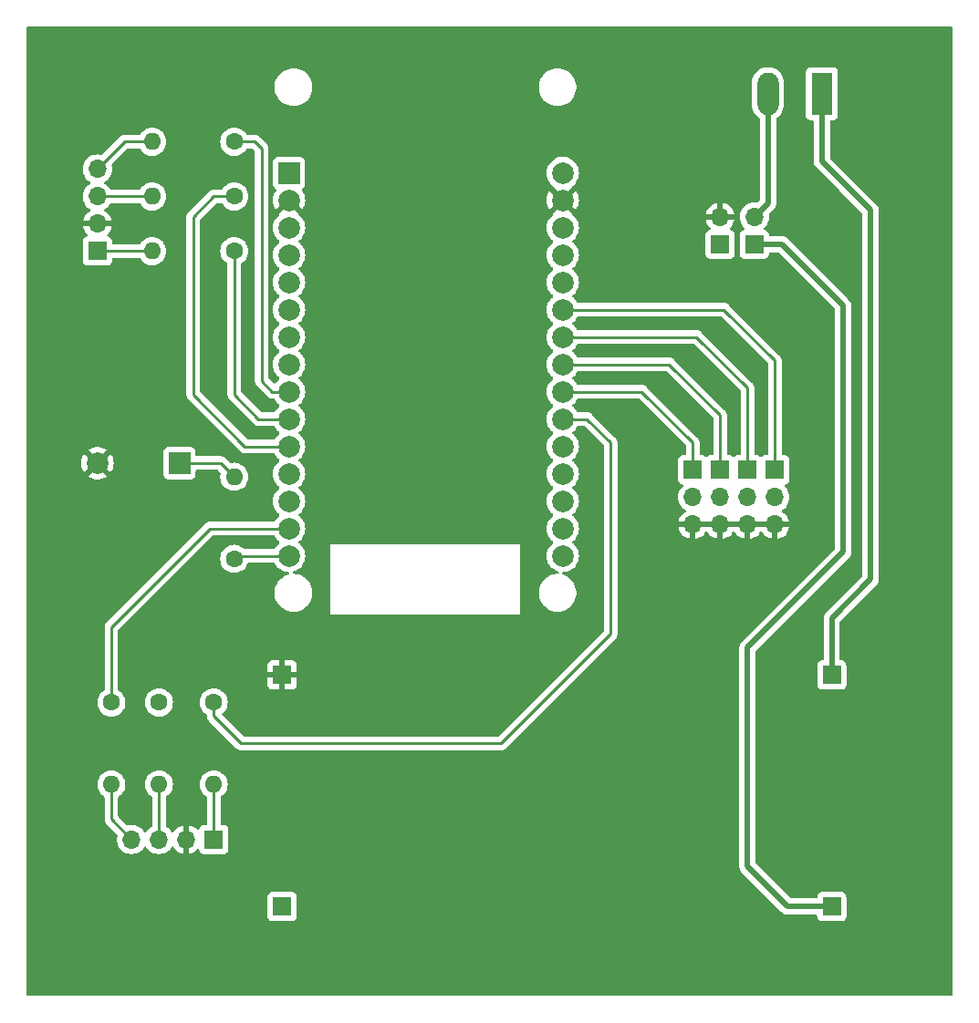
<source format=gtl>
%TF.GenerationSoftware,KiCad,Pcbnew,7.0.1*%
%TF.CreationDate,2023-12-18T22:50:53+05:30*%
%TF.ProjectId,hologlyph bot circuit,686f6c6f-676c-4797-9068-20626f742063,rev?*%
%TF.SameCoordinates,Original*%
%TF.FileFunction,Copper,L1,Top*%
%TF.FilePolarity,Positive*%
%FSLAX46Y46*%
G04 Gerber Fmt 4.6, Leading zero omitted, Abs format (unit mm)*
G04 Created by KiCad (PCBNEW 7.0.1) date 2023-12-18 22:50:53*
%MOMM*%
%LPD*%
G01*
G04 APERTURE LIST*
%TA.AperFunction,ComponentPad*%
%ADD10R,1.700000X1.700000*%
%TD*%
%TA.AperFunction,ComponentPad*%
%ADD11O,1.700000X1.700000*%
%TD*%
%TA.AperFunction,ComponentPad*%
%ADD12C,1.600000*%
%TD*%
%TA.AperFunction,ComponentPad*%
%ADD13O,1.600000X1.600000*%
%TD*%
%TA.AperFunction,ComponentPad*%
%ADD14R,2.000000X2.000000*%
%TD*%
%TA.AperFunction,ComponentPad*%
%ADD15C,2.000000*%
%TD*%
%TA.AperFunction,ComponentPad*%
%ADD16R,1.980000X3.960000*%
%TD*%
%TA.AperFunction,ComponentPad*%
%ADD17O,1.980000X3.960000*%
%TD*%
%TA.AperFunction,Conductor*%
%ADD18C,0.500000*%
%TD*%
%TA.AperFunction,Conductor*%
%ADD19C,0.250000*%
%TD*%
G04 APERTURE END LIST*
D10*
%TO.P,J5,1,Pin_1*%
%TO.N,+12V*%
X157680000Y-121830000D03*
%TD*%
%TO.P,J4,1,Pin_1*%
%TO.N,/PWM Pen*%
X144780000Y-81280000D03*
D11*
%TO.P,J4,2,Pin_2*%
%TO.N,+5V*%
X144780000Y-83820000D03*
%TO.P,J4,3,Pin_3*%
%TO.N,GND*%
X144780000Y-86360000D03*
%TD*%
D10*
%TO.P,J7,1,Pin_1*%
%TO.N,+5V*%
X106680000Y-121830000D03*
%TD*%
D12*
%TO.P,R1,1*%
%TO.N,/D1 Red*%
X102235000Y-50800000D03*
D13*
%TO.P,R1,2*%
%TO.N,Net-(D1-RK)*%
X94615000Y-50800000D03*
%TD*%
D10*
%TO.P,J2,1,Pin_1*%
%TO.N,/PWM Wheel Right*%
X149860000Y-81280000D03*
D11*
%TO.P,J2,2,Pin_2*%
%TO.N,+5V*%
X149860000Y-83820000D03*
%TO.P,J2,3,Pin_3*%
%TO.N,GND*%
X149860000Y-86360000D03*
%TD*%
D12*
%TO.P,R2,1*%
%TO.N,/D1 Green*%
X102235000Y-55880000D03*
D13*
%TO.P,R2,2*%
%TO.N,Net-(D1-GK)*%
X94615000Y-55880000D03*
%TD*%
D12*
%TO.P,R6,1*%
%TO.N,/D2 Blue*%
X100330000Y-102870000D03*
D13*
%TO.P,R6,2*%
%TO.N,Net-(D2-BK)*%
X100330000Y-110490000D03*
%TD*%
D14*
%TO.P,BZ1,1,-*%
%TO.N,Net-(BZ1--)*%
X97145000Y-80645000D03*
D15*
%TO.P,BZ1,2,+*%
%TO.N,GND*%
X89545000Y-80645000D03*
%TD*%
D14*
%TO.P,U1,1,3V3*%
%TO.N,unconnected-(U1-3V3-Pad1)*%
X107315000Y-53700000D03*
D15*
%TO.P,U1,2,GND*%
%TO.N,GND*%
X107315000Y-56240000D03*
%TO.P,U1,3,D15*%
%TO.N,unconnected-(U1-D15-Pad3)*%
X107315000Y-58780000D03*
%TO.P,U1,4,D2*%
%TO.N,unconnected-(U1-D2-Pad4)*%
X107315000Y-61320000D03*
%TO.P,U1,5,D4*%
%TO.N,/D2 Green*%
X107315000Y-63860000D03*
%TO.P,U1,6,RX2*%
%TO.N,unconnected-(U1-RX2-Pad6)*%
X107315000Y-66400000D03*
%TO.P,U1,7,TX2*%
%TO.N,unconnected-(U1-TX2-Pad7)*%
X107315000Y-68940000D03*
%TO.P,U1,8,D5*%
%TO.N,unconnected-(U1-D5-Pad8)*%
X107315000Y-71480000D03*
%TO.P,U1,9,D18*%
%TO.N,/D1 Red*%
X107315000Y-74020000D03*
%TO.P,U1,10,D19*%
%TO.N,/D1 Blue*%
X107315000Y-76560000D03*
%TO.P,U1,11,D21*%
%TO.N,/D1 Green*%
X107315000Y-79100000D03*
%TO.P,U1,12,RX0*%
%TO.N,unconnected-(U1-RX0-Pad12)*%
X107315000Y-81640000D03*
%TO.P,U1,13,TX0*%
%TO.N,unconnected-(U1-TX0-Pad13)*%
X107315000Y-84180000D03*
%TO.P,U1,14,D22*%
%TO.N,/D2 Red*%
X107315000Y-86720000D03*
%TO.P,U1,15,D23*%
%TO.N,/Buzz+*%
X107315000Y-89260000D03*
%TO.P,U1,16,EN*%
%TO.N,unconnected-(U1-EN-Pad16)*%
X132715000Y-89260000D03*
%TO.P,U1,17,VP*%
%TO.N,unconnected-(U1-VP-Pad17)*%
X132715000Y-86720000D03*
%TO.P,U1,18,VN*%
%TO.N,unconnected-(U1-VN-Pad18)*%
X132715000Y-84180000D03*
%TO.P,U1,19,D34*%
%TO.N,unconnected-(U1-D34-Pad19)*%
X132715000Y-81640000D03*
%TO.P,U1,20,D35*%
%TO.N,unconnected-(U1-D35-Pad20)*%
X132715000Y-79100000D03*
%TO.P,U1,21,D32*%
%TO.N,/D2 Blue*%
X132715000Y-76560000D03*
%TO.P,U1,22,D33*%
%TO.N,/PWM Pen*%
X132715000Y-74020000D03*
%TO.P,U1,23,D25*%
%TO.N,/PWM Wheel Left*%
X132715000Y-71480000D03*
%TO.P,U1,24,D26*%
%TO.N,/PWM Wheel Right*%
X132715000Y-68940000D03*
%TO.P,U1,25,D27*%
%TO.N,/PWM Wheel Rear*%
X132715000Y-66400000D03*
%TO.P,U1,26,D14*%
%TO.N,unconnected-(U1-D14-Pad26)*%
X132715000Y-63860000D03*
%TO.P,U1,27,D12*%
%TO.N,unconnected-(U1-D12-Pad27)*%
X132715000Y-61320000D03*
%TO.P,U1,28,D13*%
%TO.N,unconnected-(U1-D13-Pad28)*%
X132715000Y-58780000D03*
%TO.P,U1,29,GND*%
%TO.N,GND*%
X132715000Y-56240000D03*
%TO.P,U1,30,VIN*%
%TO.N,+5V*%
X132715000Y-53700000D03*
%TD*%
D16*
%TO.P,J9,1,Pin_1*%
%TO.N,GNDPWR*%
X156765000Y-46355000D03*
D17*
%TO.P,J9,2,Pin_2*%
%TO.N,Net-(J9-Pin_2)*%
X151765000Y-46355000D03*
%TD*%
D12*
%TO.P,R5,1*%
%TO.N,/D2 Green*%
X95250000Y-102870000D03*
D13*
%TO.P,R5,2*%
%TO.N,Net-(D2-GK)*%
X95250000Y-110490000D03*
%TD*%
D12*
%TO.P,R4,1*%
%TO.N,/D2 Red*%
X90830000Y-102870000D03*
D13*
%TO.P,R4,2*%
%TO.N,Net-(D2-RK)*%
X90830000Y-110490000D03*
%TD*%
D10*
%TO.P,J8,1,Pin_1*%
%TO.N,GND*%
X106680000Y-100330000D03*
%TD*%
%TO.P,J6,1,Pin_1*%
%TO.N,GNDPWR*%
X157680000Y-100330000D03*
%TD*%
%TO.P,J1,1,Pin_1*%
%TO.N,/PWM Wheel Left*%
X147320000Y-81280000D03*
D11*
%TO.P,J1,2,Pin_2*%
%TO.N,+5V*%
X147320000Y-83820000D03*
%TO.P,J1,3,Pin_3*%
%TO.N,GND*%
X147320000Y-86360000D03*
%TD*%
D10*
%TO.P,J3,1,Pin_1*%
%TO.N,/PWM Wheel Rear*%
X152400000Y-81280000D03*
D11*
%TO.P,J3,2,Pin_2*%
%TO.N,+5V*%
X152400000Y-83820000D03*
%TO.P,J3,3,Pin_3*%
%TO.N,GND*%
X152400000Y-86360000D03*
%TD*%
D12*
%TO.P,R3,1*%
%TO.N,/D1 Blue*%
X102235000Y-60960000D03*
D13*
%TO.P,R3,2*%
%TO.N,Net-(D1-BK)*%
X94615000Y-60960000D03*
%TD*%
D12*
%TO.P,R7,1*%
%TO.N,/Buzz+*%
X102235000Y-89535000D03*
D13*
%TO.P,R7,2*%
%TO.N,Net-(BZ1--)*%
X102235000Y-81915000D03*
%TD*%
D10*
%TO.P,D2,1,BK*%
%TO.N,Net-(D2-BK)*%
X100330000Y-115595000D03*
D11*
%TO.P,D2,2,A*%
%TO.N,GND*%
X97790000Y-115595000D03*
%TO.P,D2,3,GK*%
%TO.N,Net-(D2-GK)*%
X95250000Y-115595000D03*
%TO.P,D2,4,RK*%
%TO.N,Net-(D2-RK)*%
X92710000Y-115595000D03*
%TD*%
D10*
%TO.P,D1,1,BK*%
%TO.N,Net-(D1-BK)*%
X89535000Y-60960000D03*
D11*
%TO.P,D1,2,A*%
%TO.N,GND*%
X89535000Y-58420000D03*
%TO.P,D1,3,GK*%
%TO.N,Net-(D1-GK)*%
X89535000Y-55880000D03*
%TO.P,D1,4,RK*%
%TO.N,Net-(D1-RK)*%
X89535000Y-53340000D03*
%TD*%
%TO.P,J10,2,Pin_2*%
%TO.N,GND*%
X147320000Y-57785000D03*
D10*
%TO.P,J10,1,Pin_1*%
%TO.N,+5V*%
X147320000Y-60325000D03*
%TD*%
D11*
%TO.P,SW1,2,B*%
%TO.N,Net-(J9-Pin_2)*%
X150495000Y-57785000D03*
D10*
%TO.P,SW1,1,A*%
%TO.N,+12V*%
X150495000Y-60325000D03*
%TD*%
D18*
%TO.N,+12V*%
X150495000Y-60325000D02*
X153035000Y-60325000D01*
X153035000Y-60325000D02*
X158750000Y-66040000D01*
%TO.N,Net-(J9-Pin_2)*%
X151765000Y-46355000D02*
X151765000Y-56515000D01*
X151765000Y-56515000D02*
X150495000Y-57785000D01*
D19*
%TO.N,Net-(BZ1--)*%
X97145000Y-80645000D02*
X100965000Y-80645000D01*
X100965000Y-80645000D02*
X102235000Y-81915000D01*
%TO.N,Net-(D1-BK)*%
X94615000Y-60960000D02*
X89535000Y-60960000D01*
%TO.N,Net-(D1-GK)*%
X94615000Y-55880000D02*
X89535000Y-55880000D01*
%TO.N,Net-(D1-RK)*%
X92075000Y-50800000D02*
X89535000Y-53340000D01*
X94615000Y-50800000D02*
X92075000Y-50800000D01*
%TO.N,Net-(D2-BK)*%
X100330000Y-110490000D02*
X100330000Y-115595000D01*
%TO.N,Net-(D2-GK)*%
X95250000Y-110490000D02*
X95250000Y-115595000D01*
%TO.N,Net-(D2-RK)*%
X90830000Y-113715000D02*
X92710000Y-115595000D01*
X90830000Y-110490000D02*
X90830000Y-113715000D01*
%TO.N,/PWM Wheel Left*%
X147320000Y-76200000D02*
X147320000Y-81280000D01*
X132715000Y-71480000D02*
X142600000Y-71480000D01*
X142600000Y-71480000D02*
X147320000Y-76200000D01*
%TO.N,/PWM Wheel Right*%
X149860000Y-73660000D02*
X149860000Y-81280000D01*
X145140000Y-68940000D02*
X149860000Y-73660000D01*
X132715000Y-68940000D02*
X145140000Y-68940000D01*
%TO.N,/PWM Wheel Rear*%
X132715000Y-66400000D02*
X147680000Y-66400000D01*
X152400000Y-71120000D02*
X152400000Y-81280000D01*
X147680000Y-66400000D02*
X152400000Y-71120000D01*
%TO.N,/PWM Pen*%
X132715000Y-74020000D02*
X140060000Y-74020000D01*
X144780000Y-78740000D02*
X144780000Y-81280000D01*
X140060000Y-74020000D02*
X144780000Y-78740000D01*
D18*
%TO.N,+12V*%
X153580000Y-121830000D02*
X149860000Y-118110000D01*
X157680000Y-121830000D02*
X153580000Y-121830000D01*
X149860000Y-118110000D02*
X149860000Y-97790000D01*
X149860000Y-97790000D02*
X158750000Y-88900000D01*
X158750000Y-88900000D02*
X158750000Y-66040000D01*
D19*
%TO.N,/D1 Red*%
X104775000Y-53975000D02*
X104775000Y-73025000D01*
X105770000Y-74020000D02*
X107315000Y-74020000D01*
X104140000Y-50800000D02*
X102235000Y-50800000D01*
X104775000Y-53975000D02*
X104775000Y-51435000D01*
X104775000Y-51435000D02*
X104140000Y-50800000D01*
X104775000Y-73025000D02*
X105770000Y-74020000D01*
%TO.N,/D1 Green*%
X98425000Y-74295000D02*
X98425000Y-57785000D01*
X107315000Y-79100000D02*
X103230000Y-79100000D01*
X100330000Y-55880000D02*
X102235000Y-55880000D01*
X98425000Y-57785000D02*
X100330000Y-55880000D01*
X103230000Y-79100000D02*
X98425000Y-74295000D01*
%TO.N,/D1 Blue*%
X107315000Y-76560000D02*
X104500000Y-76560000D01*
X104500000Y-76560000D02*
X102235000Y-74295000D01*
X102235000Y-74295000D02*
X102235000Y-60960000D01*
%TO.N,/D2 Red*%
X99970000Y-86720000D02*
X107315000Y-86720000D01*
X90830000Y-102870000D02*
X90830000Y-95860000D01*
X90830000Y-95860000D02*
X99970000Y-86720000D01*
%TO.N,/D2 Blue*%
X100330000Y-102870000D02*
X100330000Y-104140000D01*
X100330000Y-104140000D02*
X102870000Y-106680000D01*
X132715000Y-76560000D02*
X134980000Y-76560000D01*
X137160000Y-78740000D02*
X137160000Y-96520000D01*
X129540000Y-104140000D02*
X137160000Y-96520000D01*
X134980000Y-76560000D02*
X137160000Y-78740000D01*
X127000000Y-106680000D02*
X129540000Y-104140000D01*
X102870000Y-106680000D02*
X127000000Y-106680000D01*
%TO.N,/Buzz+*%
X107315000Y-89260000D02*
X102510000Y-89260000D01*
X102510000Y-89260000D02*
X102235000Y-89535000D01*
D18*
%TO.N,GNDPWR*%
X157680000Y-95050000D02*
X161290000Y-91440000D01*
X156765000Y-46355000D02*
X156765000Y-52625000D01*
X157680000Y-100330000D02*
X157680000Y-95050000D01*
X161290000Y-57150000D02*
X161290000Y-91440000D01*
X156765000Y-52625000D02*
X161290000Y-57150000D01*
%TD*%
%TA.AperFunction,Conductor*%
%TO.N,GND*%
G36*
X147417001Y-67034939D02*
G01*
X147457229Y-67061819D01*
X151738181Y-71342772D01*
X151765061Y-71383000D01*
X151774500Y-71430453D01*
X151774500Y-79805501D01*
X151757887Y-79867501D01*
X151712500Y-79912888D01*
X151650500Y-79929501D01*
X151502128Y-79929501D01*
X151472322Y-79932705D01*
X151442515Y-79935909D01*
X151307667Y-79986204D01*
X151204310Y-80063577D01*
X151156358Y-80085476D01*
X151103642Y-80085476D01*
X151055690Y-80063577D01*
X150952333Y-79986205D01*
X150952331Y-79986204D01*
X150817483Y-79935909D01*
X150757873Y-79929500D01*
X150757869Y-79929500D01*
X150609500Y-79929500D01*
X150547500Y-79912887D01*
X150502113Y-79867500D01*
X150485500Y-79805500D01*
X150485500Y-73742744D01*
X150487764Y-73722237D01*
X150485561Y-73652127D01*
X150485500Y-73648232D01*
X150485500Y-73620653D01*
X150485180Y-73618123D01*
X150484996Y-73616665D01*
X150484080Y-73605019D01*
X150482709Y-73561373D01*
X150477120Y-73542140D01*
X150473174Y-73523082D01*
X150470664Y-73503206D01*
X150454588Y-73462604D01*
X150450804Y-73451553D01*
X150442368Y-73422519D01*
X150438618Y-73409610D01*
X150428414Y-73392355D01*
X150419861Y-73374895D01*
X150417446Y-73368796D01*
X150412486Y-73356268D01*
X150386808Y-73320925D01*
X150380401Y-73311171D01*
X150358169Y-73273579D01*
X150344006Y-73259416D01*
X150331367Y-73244617D01*
X150319595Y-73228413D01*
X150285941Y-73200573D01*
X150277299Y-73192709D01*
X145640802Y-68556211D01*
X145627906Y-68540113D01*
X145576775Y-68492098D01*
X145573978Y-68489387D01*
X145554470Y-68469879D01*
X145551290Y-68467412D01*
X145542424Y-68459839D01*
X145510582Y-68429938D01*
X145493024Y-68420285D01*
X145476764Y-68409604D01*
X145460936Y-68397327D01*
X145420851Y-68379980D01*
X145410361Y-68374841D01*
X145372091Y-68353802D01*
X145352691Y-68348821D01*
X145334284Y-68342519D01*
X145315897Y-68334562D01*
X145272758Y-68327729D01*
X145261324Y-68325361D01*
X145219019Y-68314500D01*
X145198984Y-68314500D01*
X145179586Y-68312973D01*
X145172162Y-68311797D01*
X145159805Y-68309840D01*
X145159804Y-68309840D01*
X145126751Y-68312964D01*
X145116325Y-68313950D01*
X145104656Y-68314500D01*
X134160150Y-68314500D01*
X134113488Y-68305385D01*
X134073685Y-68279381D01*
X134046594Y-68240310D01*
X134039174Y-68223395D01*
X134039173Y-68223393D01*
X133903164Y-68015215D01*
X133734744Y-67832262D01*
X133718437Y-67819570D01*
X133651992Y-67767853D01*
X133616754Y-67724460D01*
X133604154Y-67670000D01*
X133616754Y-67615540D01*
X133651992Y-67572147D01*
X133676256Y-67553260D01*
X133734744Y-67507738D01*
X133903164Y-67324785D01*
X134039173Y-67116607D01*
X134041851Y-67110500D01*
X134046594Y-67099690D01*
X134073685Y-67060619D01*
X134113488Y-67034615D01*
X134160150Y-67025500D01*
X147369548Y-67025500D01*
X147417001Y-67034939D01*
G37*
%TD.AperFunction*%
%TA.AperFunction,Conductor*%
G36*
X144877001Y-69574939D02*
G01*
X144917229Y-69601819D01*
X149198181Y-73882772D01*
X149225061Y-73923000D01*
X149234500Y-73970453D01*
X149234500Y-79805501D01*
X149217887Y-79867501D01*
X149172500Y-79912888D01*
X149110500Y-79929501D01*
X148962128Y-79929501D01*
X148932322Y-79932705D01*
X148902515Y-79935909D01*
X148767667Y-79986204D01*
X148664310Y-80063577D01*
X148616358Y-80085476D01*
X148563642Y-80085476D01*
X148515690Y-80063577D01*
X148412333Y-79986205D01*
X148412331Y-79986204D01*
X148277483Y-79935909D01*
X148217873Y-79929500D01*
X148217869Y-79929500D01*
X148069500Y-79929500D01*
X148007500Y-79912887D01*
X147962113Y-79867500D01*
X147945500Y-79805500D01*
X147945500Y-76282744D01*
X147947764Y-76262237D01*
X147945561Y-76192127D01*
X147945500Y-76188232D01*
X147945500Y-76160653D01*
X147945180Y-76158123D01*
X147944996Y-76156665D01*
X147944080Y-76145019D01*
X147942709Y-76101373D01*
X147937120Y-76082140D01*
X147933174Y-76063082D01*
X147930664Y-76043206D01*
X147914588Y-76002604D01*
X147910804Y-75991553D01*
X147902368Y-75962519D01*
X147898618Y-75949610D01*
X147888414Y-75932355D01*
X147879861Y-75914895D01*
X147872486Y-75896268D01*
X147846808Y-75860925D01*
X147840401Y-75851171D01*
X147818169Y-75813579D01*
X147804006Y-75799416D01*
X147791367Y-75784617D01*
X147779595Y-75768413D01*
X147745941Y-75740573D01*
X147737299Y-75732709D01*
X143100802Y-71096211D01*
X143087906Y-71080113D01*
X143036775Y-71032098D01*
X143033978Y-71029387D01*
X143014470Y-71009879D01*
X143011290Y-71007412D01*
X143002424Y-70999839D01*
X142970582Y-70969938D01*
X142953024Y-70960285D01*
X142936764Y-70949604D01*
X142920936Y-70937327D01*
X142880851Y-70919980D01*
X142870361Y-70914841D01*
X142832091Y-70893802D01*
X142812691Y-70888821D01*
X142794284Y-70882519D01*
X142775897Y-70874562D01*
X142732758Y-70867729D01*
X142721324Y-70865361D01*
X142679019Y-70854500D01*
X142658984Y-70854500D01*
X142639586Y-70852973D01*
X142632162Y-70851797D01*
X142619805Y-70849840D01*
X142619804Y-70849840D01*
X142593040Y-70852370D01*
X142576325Y-70853950D01*
X142564656Y-70854500D01*
X134160150Y-70854500D01*
X134113488Y-70845385D01*
X134073685Y-70819381D01*
X134046594Y-70780310D01*
X134039174Y-70763395D01*
X134019695Y-70733580D01*
X133903164Y-70555215D01*
X133734744Y-70372262D01*
X133718437Y-70359570D01*
X133651992Y-70307853D01*
X133616754Y-70264460D01*
X133604154Y-70210000D01*
X133616754Y-70155540D01*
X133651992Y-70112147D01*
X133676256Y-70093260D01*
X133734744Y-70047738D01*
X133903164Y-69864785D01*
X134039173Y-69656607D01*
X134041851Y-69650500D01*
X134046594Y-69639690D01*
X134073685Y-69600619D01*
X134113488Y-69574615D01*
X134160150Y-69565500D01*
X144829548Y-69565500D01*
X144877001Y-69574939D01*
G37*
%TD.AperFunction*%
%TA.AperFunction,Conductor*%
G36*
X142337001Y-72114939D02*
G01*
X142377229Y-72141819D01*
X146658181Y-76422772D01*
X146685061Y-76463000D01*
X146694500Y-76510453D01*
X146694500Y-79805501D01*
X146677887Y-79867501D01*
X146632500Y-79912888D01*
X146570500Y-79929501D01*
X146422128Y-79929501D01*
X146392322Y-79932705D01*
X146362515Y-79935909D01*
X146227667Y-79986204D01*
X146124310Y-80063577D01*
X146076358Y-80085476D01*
X146023642Y-80085476D01*
X145975690Y-80063577D01*
X145872333Y-79986205D01*
X145872331Y-79986204D01*
X145737483Y-79935909D01*
X145677873Y-79929500D01*
X145677869Y-79929500D01*
X145529500Y-79929500D01*
X145467500Y-79912887D01*
X145422113Y-79867500D01*
X145405500Y-79805500D01*
X145405500Y-78822744D01*
X145407764Y-78802237D01*
X145405561Y-78732127D01*
X145405500Y-78728232D01*
X145405500Y-78700653D01*
X145404997Y-78696672D01*
X145404080Y-78685019D01*
X145402709Y-78641373D01*
X145397120Y-78622140D01*
X145393174Y-78603082D01*
X145390664Y-78583206D01*
X145374588Y-78542604D01*
X145370804Y-78531553D01*
X145364881Y-78511168D01*
X145358618Y-78489610D01*
X145348414Y-78472355D01*
X145339861Y-78454895D01*
X145332486Y-78436268D01*
X145306808Y-78400925D01*
X145300401Y-78391171D01*
X145278169Y-78353579D01*
X145264006Y-78339416D01*
X145251367Y-78324617D01*
X145239595Y-78308413D01*
X145205941Y-78280573D01*
X145197299Y-78272709D01*
X140560802Y-73636211D01*
X140547906Y-73620113D01*
X140496775Y-73572098D01*
X140493978Y-73569387D01*
X140474470Y-73549879D01*
X140471290Y-73547412D01*
X140462424Y-73539839D01*
X140430582Y-73509938D01*
X140413024Y-73500285D01*
X140396764Y-73489604D01*
X140380936Y-73477327D01*
X140340851Y-73459980D01*
X140330361Y-73454841D01*
X140292091Y-73433802D01*
X140272691Y-73428821D01*
X140254284Y-73422519D01*
X140235897Y-73414562D01*
X140192758Y-73407729D01*
X140181324Y-73405361D01*
X140139019Y-73394500D01*
X140118984Y-73394500D01*
X140099586Y-73392973D01*
X140092162Y-73391797D01*
X140079805Y-73389840D01*
X140079804Y-73389840D01*
X140053040Y-73392370D01*
X140036325Y-73393950D01*
X140024656Y-73394500D01*
X134160150Y-73394500D01*
X134113488Y-73385385D01*
X134073685Y-73359381D01*
X134046594Y-73320310D01*
X134039174Y-73303395D01*
X134020878Y-73275391D01*
X133903164Y-73095215D01*
X133734744Y-72912262D01*
X133718437Y-72899570D01*
X133651992Y-72847853D01*
X133616754Y-72804460D01*
X133604154Y-72750000D01*
X133616754Y-72695540D01*
X133651992Y-72652147D01*
X133676256Y-72633260D01*
X133734744Y-72587738D01*
X133903164Y-72404785D01*
X134039173Y-72196607D01*
X134041851Y-72190500D01*
X134046594Y-72179690D01*
X134073685Y-72140619D01*
X134113488Y-72114615D01*
X134160150Y-72105500D01*
X142289548Y-72105500D01*
X142337001Y-72114939D01*
G37*
%TD.AperFunction*%
%TA.AperFunction,Conductor*%
G36*
X168847500Y-40147113D02*
G01*
X168892887Y-40192500D01*
X168909500Y-40254500D01*
X168909500Y-130005500D01*
X168892887Y-130067500D01*
X168847500Y-130112887D01*
X168785500Y-130129500D01*
X83034500Y-130129500D01*
X82972500Y-130112887D01*
X82927113Y-130067500D01*
X82910500Y-130005500D01*
X82910500Y-122727869D01*
X105329500Y-122727869D01*
X105335909Y-122787483D01*
X105386204Y-122922331D01*
X105472454Y-123037546D01*
X105587669Y-123123796D01*
X105722517Y-123174091D01*
X105782127Y-123180500D01*
X107577872Y-123180499D01*
X107637483Y-123174091D01*
X107772331Y-123123796D01*
X107887546Y-123037546D01*
X107973796Y-122922331D01*
X108024091Y-122787483D01*
X108030500Y-122727873D01*
X108030499Y-120932128D01*
X108024091Y-120872517D01*
X107973796Y-120737669D01*
X107887546Y-120622454D01*
X107772331Y-120536204D01*
X107637483Y-120485909D01*
X107577873Y-120479500D01*
X107577869Y-120479500D01*
X105782130Y-120479500D01*
X105722515Y-120485909D01*
X105587669Y-120536204D01*
X105472454Y-120622454D01*
X105386204Y-120737668D01*
X105335909Y-120872516D01*
X105329500Y-120932130D01*
X105329500Y-122727869D01*
X82910500Y-122727869D01*
X82910500Y-118088023D01*
X149104711Y-118088023D01*
X149109028Y-118137369D01*
X149109500Y-118148176D01*
X149109500Y-118153708D01*
X149113098Y-118184496D01*
X149113464Y-118188081D01*
X149120110Y-118264041D01*
X149124329Y-118283071D01*
X149124758Y-118284251D01*
X149124759Y-118284255D01*
X149150413Y-118354742D01*
X149151582Y-118358107D01*
X149175580Y-118430524D01*
X149184075Y-118448072D01*
X149225979Y-118511784D01*
X149227889Y-118514782D01*
X149267288Y-118578656D01*
X149267952Y-118579732D01*
X149280253Y-118594830D01*
X149281168Y-118595693D01*
X149281170Y-118595696D01*
X149335709Y-118647151D01*
X149338296Y-118649664D01*
X153004267Y-122315634D01*
X153016048Y-122329266D01*
X153030390Y-122348530D01*
X153068355Y-122380386D01*
X153076317Y-122387684D01*
X153080224Y-122391591D01*
X153104537Y-122410815D01*
X153107337Y-122413096D01*
X153165754Y-122462115D01*
X153182165Y-122472569D01*
X153183319Y-122473107D01*
X153183323Y-122473110D01*
X153251328Y-122504821D01*
X153254451Y-122506333D01*
X153321567Y-122540040D01*
X153322704Y-122540611D01*
X153341084Y-122546998D01*
X153342321Y-122547253D01*
X153342327Y-122547256D01*
X153415862Y-122562439D01*
X153419209Y-122563181D01*
X153492279Y-122580500D01*
X153492281Y-122580500D01*
X153493505Y-122580790D01*
X153512876Y-122582769D01*
X153514140Y-122582732D01*
X153514144Y-122582733D01*
X153589110Y-122580552D01*
X153592716Y-122580500D01*
X156205501Y-122580500D01*
X156267501Y-122597113D01*
X156312888Y-122642500D01*
X156329501Y-122704500D01*
X156329501Y-122727872D01*
X156335909Y-122787483D01*
X156386204Y-122922331D01*
X156472454Y-123037546D01*
X156587669Y-123123796D01*
X156722517Y-123174091D01*
X156782127Y-123180500D01*
X158577872Y-123180499D01*
X158637483Y-123174091D01*
X158772331Y-123123796D01*
X158887546Y-123037546D01*
X158973796Y-122922331D01*
X159024091Y-122787483D01*
X159030500Y-122727873D01*
X159030499Y-120932128D01*
X159024091Y-120872517D01*
X158973796Y-120737669D01*
X158887546Y-120622454D01*
X158772331Y-120536204D01*
X158637483Y-120485909D01*
X158577873Y-120479500D01*
X158577869Y-120479500D01*
X156782130Y-120479500D01*
X156722515Y-120485909D01*
X156587669Y-120536204D01*
X156472454Y-120622454D01*
X156386204Y-120737668D01*
X156335909Y-120872516D01*
X156329500Y-120932131D01*
X156329500Y-120955500D01*
X156312887Y-121017500D01*
X156267500Y-121062887D01*
X156205500Y-121079500D01*
X153942229Y-121079500D01*
X153894776Y-121070061D01*
X153854548Y-121043181D01*
X150646819Y-117835451D01*
X150619939Y-117795223D01*
X150610500Y-117747770D01*
X150610500Y-98152230D01*
X150619939Y-98104777D01*
X150646819Y-98064549D01*
X152070041Y-96641327D01*
X159235638Y-89475727D01*
X159249256Y-89463957D01*
X159268530Y-89449610D01*
X159300384Y-89411647D01*
X159307671Y-89403694D01*
X159311591Y-89399776D01*
X159330820Y-89375454D01*
X159333077Y-89372685D01*
X159381302Y-89315214D01*
X159381303Y-89315211D01*
X159382115Y-89314244D01*
X159392573Y-89297828D01*
X159393107Y-89296680D01*
X159393111Y-89296677D01*
X159424845Y-89228621D01*
X159426371Y-89225470D01*
X159460040Y-89158433D01*
X159460040Y-89158431D01*
X159460609Y-89157299D01*
X159467002Y-89138906D01*
X159482431Y-89064184D01*
X159483212Y-89060660D01*
X159500791Y-88986493D01*
X159502770Y-88967120D01*
X159502733Y-88965858D01*
X159502734Y-88965855D01*
X159500552Y-88890868D01*
X159500500Y-88887262D01*
X159500500Y-66103707D01*
X159501809Y-66085738D01*
X159502582Y-66080454D01*
X159505289Y-66061977D01*
X159500972Y-66012631D01*
X159500500Y-66001824D01*
X159500500Y-65996289D01*
X159496903Y-65965521D01*
X159496536Y-65961929D01*
X159493516Y-65927412D01*
X159489999Y-65887203D01*
X159489998Y-65887201D01*
X159489889Y-65885949D01*
X159485672Y-65866930D01*
X159466335Y-65813802D01*
X159459591Y-65795273D01*
X159458408Y-65791868D01*
X159452653Y-65774500D01*
X159434814Y-65720666D01*
X159434812Y-65720663D01*
X159434415Y-65719464D01*
X159425929Y-65701936D01*
X159425237Y-65700884D01*
X159425237Y-65700883D01*
X159384001Y-65638188D01*
X159382086Y-65635181D01*
X159342048Y-65570269D01*
X159329748Y-65555170D01*
X159274272Y-65502831D01*
X159271685Y-65500318D01*
X153610728Y-59839360D01*
X153598946Y-59825727D01*
X153584609Y-59806469D01*
X153546666Y-59774631D01*
X153538691Y-59767323D01*
X153534782Y-59763414D01*
X153534777Y-59763409D01*
X153510423Y-59744152D01*
X153507647Y-59741890D01*
X153449251Y-59692890D01*
X153432821Y-59682422D01*
X153363691Y-59650186D01*
X153360447Y-59648615D01*
X153292306Y-59614394D01*
X153273903Y-59607997D01*
X153199211Y-59592574D01*
X153195692Y-59591794D01*
X153121490Y-59574208D01*
X153102121Y-59572229D01*
X153025869Y-59574448D01*
X153022263Y-59574500D01*
X151969499Y-59574500D01*
X151907499Y-59557887D01*
X151862112Y-59512500D01*
X151845499Y-59450500D01*
X151845499Y-59427130D01*
X151845499Y-59427127D01*
X151839091Y-59367517D01*
X151788796Y-59232669D01*
X151702546Y-59117454D01*
X151587331Y-59031204D01*
X151525898Y-59008291D01*
X151455916Y-58982189D01*
X151405537Y-58947209D01*
X151378084Y-58892365D01*
X151380273Y-58831072D01*
X151411566Y-58778329D01*
X151533495Y-58656401D01*
X151669035Y-58462830D01*
X151768903Y-58248663D01*
X151830063Y-58020408D01*
X151850659Y-57785000D01*
X151832021Y-57571980D01*
X151839027Y-57518768D01*
X151867866Y-57473499D01*
X152250638Y-57090727D01*
X152264256Y-57078957D01*
X152283530Y-57064610D01*
X152315382Y-57026649D01*
X152322668Y-57018697D01*
X152326590Y-57014777D01*
X152345863Y-56990399D01*
X152348030Y-56987739D01*
X152396302Y-56930214D01*
X152396303Y-56930210D01*
X152397119Y-56929239D01*
X152407575Y-56912825D01*
X152408109Y-56911679D01*
X152408111Y-56911677D01*
X152439816Y-56843682D01*
X152441369Y-56840475D01*
X152475040Y-56773433D01*
X152475040Y-56773429D01*
X152475610Y-56772296D01*
X152481999Y-56753917D01*
X152482518Y-56751404D01*
X152497431Y-56679171D01*
X152498186Y-56675767D01*
X152515500Y-56602721D01*
X152515500Y-56602719D01*
X152515790Y-56601495D01*
X152517769Y-56582123D01*
X152517732Y-56580859D01*
X152517733Y-56580856D01*
X152515552Y-56505889D01*
X152515500Y-56502284D01*
X152515500Y-48707501D01*
X152532976Y-48644029D01*
X152575093Y-48603615D01*
X152574912Y-48603383D01*
X152577156Y-48601635D01*
X152580479Y-48598448D01*
X152583020Y-48597073D01*
X152777948Y-48445355D01*
X152835470Y-48382869D01*
X155274500Y-48382869D01*
X155280909Y-48442484D01*
X155281980Y-48445355D01*
X155331204Y-48577331D01*
X155417454Y-48692546D01*
X155532669Y-48778796D01*
X155667517Y-48829091D01*
X155727127Y-48835500D01*
X155890500Y-48835500D01*
X155952500Y-48852113D01*
X155997887Y-48897500D01*
X156014500Y-48959500D01*
X156014500Y-52561294D01*
X156013191Y-52579264D01*
X156009711Y-52603023D01*
X156014028Y-52652369D01*
X156014500Y-52663176D01*
X156014500Y-52668708D01*
X156018098Y-52699496D01*
X156018464Y-52703081D01*
X156025110Y-52779041D01*
X156029329Y-52798071D01*
X156029758Y-52799251D01*
X156029759Y-52799255D01*
X156055413Y-52869742D01*
X156056582Y-52873107D01*
X156080580Y-52945524D01*
X156089075Y-52963072D01*
X156130979Y-53026784D01*
X156132889Y-53029782D01*
X156172288Y-53093656D01*
X156172952Y-53094732D01*
X156185253Y-53109830D01*
X156186168Y-53110693D01*
X156186170Y-53110696D01*
X156240709Y-53162151D01*
X156243296Y-53164664D01*
X158390211Y-55311579D01*
X160503181Y-57424548D01*
X160530061Y-57464776D01*
X160539500Y-57512229D01*
X160539500Y-91077771D01*
X160530061Y-91125224D01*
X160503181Y-91165452D01*
X157194358Y-94474272D01*
X157180727Y-94486053D01*
X157161467Y-94500392D01*
X157129633Y-94538329D01*
X157122341Y-94546289D01*
X157118408Y-94550222D01*
X157099176Y-94574545D01*
X157096902Y-94577337D01*
X157047894Y-94635744D01*
X157037418Y-94652187D01*
X157005192Y-94721294D01*
X157003622Y-94724536D01*
X156969393Y-94792692D01*
X156962996Y-94811098D01*
X156947573Y-94885788D01*
X156946793Y-94889305D01*
X156929208Y-94963505D01*
X156927229Y-94982878D01*
X156929448Y-95059131D01*
X156929500Y-95062737D01*
X156929500Y-98855501D01*
X156912887Y-98917501D01*
X156867500Y-98962888D01*
X156805500Y-98979501D01*
X156782128Y-98979501D01*
X156752322Y-98982705D01*
X156722515Y-98985909D01*
X156587669Y-99036204D01*
X156472454Y-99122454D01*
X156386204Y-99237668D01*
X156335909Y-99372516D01*
X156329500Y-99432130D01*
X156329500Y-101227869D01*
X156335897Y-101287375D01*
X156335909Y-101287483D01*
X156386204Y-101422331D01*
X156472454Y-101537546D01*
X156587669Y-101623796D01*
X156722517Y-101674091D01*
X156782127Y-101680500D01*
X158577872Y-101680499D01*
X158637483Y-101674091D01*
X158772331Y-101623796D01*
X158887546Y-101537546D01*
X158973796Y-101422331D01*
X159024091Y-101287483D01*
X159030500Y-101227873D01*
X159030499Y-99432128D01*
X159024091Y-99372517D01*
X158973796Y-99237669D01*
X158887546Y-99122454D01*
X158772331Y-99036204D01*
X158637483Y-98985909D01*
X158577873Y-98979500D01*
X158577869Y-98979500D01*
X158554500Y-98979500D01*
X158492500Y-98962887D01*
X158447113Y-98917500D01*
X158430500Y-98855500D01*
X158430500Y-95412230D01*
X158439939Y-95364777D01*
X158466819Y-95324549D01*
X159290978Y-94500390D01*
X161775642Y-92015724D01*
X161789260Y-92003954D01*
X161808530Y-91989610D01*
X161840376Y-91951656D01*
X161847662Y-91943704D01*
X161851591Y-91939777D01*
X161870833Y-91915439D01*
X161873090Y-91912670D01*
X161887853Y-91895075D01*
X161921302Y-91855214D01*
X161921303Y-91855211D01*
X161922115Y-91854244D01*
X161932573Y-91837827D01*
X161933106Y-91836682D01*
X161933111Y-91836677D01*
X161964833Y-91768646D01*
X161966362Y-91765488D01*
X162000040Y-91698433D01*
X162000040Y-91698432D01*
X162000612Y-91697294D01*
X162007000Y-91678914D01*
X162007255Y-91677675D01*
X162007257Y-91677673D01*
X162022447Y-91604103D01*
X162023186Y-91600770D01*
X162040500Y-91527721D01*
X162040500Y-91527717D01*
X162040791Y-91526489D01*
X162042770Y-91507121D01*
X162042733Y-91505859D01*
X162042734Y-91505856D01*
X162040552Y-91430869D01*
X162040500Y-91427263D01*
X162040500Y-57213706D01*
X162041809Y-57195736D01*
X162042338Y-57192118D01*
X162045289Y-57171977D01*
X162040971Y-57122633D01*
X162040500Y-57111827D01*
X162040500Y-57106291D01*
X162037934Y-57084343D01*
X162036897Y-57075471D01*
X162036534Y-57071915D01*
X162029888Y-56995942D01*
X162025674Y-56976935D01*
X162008314Y-56929239D01*
X161999571Y-56905217D01*
X161998424Y-56901917D01*
X161974814Y-56830665D01*
X161974812Y-56830662D01*
X161974415Y-56829463D01*
X161965929Y-56811936D01*
X161965237Y-56810884D01*
X161965237Y-56810883D01*
X161923994Y-56748176D01*
X161922099Y-56745201D01*
X161882711Y-56681344D01*
X161882047Y-56680267D01*
X161869748Y-56665170D01*
X161814272Y-56612831D01*
X161811685Y-56610318D01*
X157551819Y-52350451D01*
X157524939Y-52310223D01*
X157515500Y-52262770D01*
X157515500Y-48959499D01*
X157532113Y-48897499D01*
X157577500Y-48852112D01*
X157639500Y-48835499D01*
X157802870Y-48835499D01*
X157802872Y-48835499D01*
X157862483Y-48829091D01*
X157997331Y-48778796D01*
X158112546Y-48692546D01*
X158198796Y-48577331D01*
X158249091Y-48442483D01*
X158255500Y-48382873D01*
X158255499Y-44327128D01*
X158249091Y-44267517D01*
X158198796Y-44132669D01*
X158112546Y-44017454D01*
X157997331Y-43931204D01*
X157862483Y-43880909D01*
X157802873Y-43874500D01*
X157802869Y-43874500D01*
X155727130Y-43874500D01*
X155667515Y-43880909D01*
X155532669Y-43931204D01*
X155417454Y-44017454D01*
X155331204Y-44132668D01*
X155280909Y-44267516D01*
X155274500Y-44327130D01*
X155274500Y-48382869D01*
X152835470Y-48382869D01*
X152945245Y-48263621D01*
X153080348Y-48056831D01*
X153179572Y-47830623D01*
X153240210Y-47591169D01*
X153249770Y-47475802D01*
X153255500Y-47406651D01*
X153255500Y-45303349D01*
X153240210Y-45118835D01*
X153240210Y-45118831D01*
X153179572Y-44879377D01*
X153080348Y-44653169D01*
X152945245Y-44446379D01*
X152777948Y-44264645D01*
X152583020Y-44112927D01*
X152365779Y-43995362D01*
X152365775Y-43995360D01*
X152365774Y-43995360D01*
X152132153Y-43915157D01*
X151926913Y-43880909D01*
X151888506Y-43874500D01*
X151641494Y-43874500D01*
X151603087Y-43880909D01*
X151397846Y-43915157D01*
X151164225Y-43995360D01*
X151164221Y-43995361D01*
X151164221Y-43995362D01*
X151147894Y-44004198D01*
X150946978Y-44112928D01*
X150752051Y-44264645D01*
X150597067Y-44433003D01*
X150584755Y-44446379D01*
X150454649Y-44645521D01*
X150449651Y-44653171D01*
X150350428Y-44879375D01*
X150289789Y-45118835D01*
X150274500Y-45303349D01*
X150274500Y-47406651D01*
X150289789Y-47591164D01*
X150289789Y-47591167D01*
X150289790Y-47591169D01*
X150350428Y-47830623D01*
X150449652Y-48056831D01*
X150584755Y-48263621D01*
X150752052Y-48445355D01*
X150946980Y-48597073D01*
X150949521Y-48598448D01*
X150952843Y-48601635D01*
X150955088Y-48603383D01*
X150954906Y-48603615D01*
X150997024Y-48644029D01*
X151014500Y-48707501D01*
X151014500Y-56152770D01*
X151005061Y-56200223D01*
X150978183Y-56240448D01*
X150829943Y-56388688D01*
X150806500Y-56412131D01*
X150761229Y-56440971D01*
X150708011Y-56447977D01*
X150494999Y-56429340D01*
X150259592Y-56449936D01*
X150031336Y-56511097D01*
X149817170Y-56610965D01*
X149623598Y-56746505D01*
X149456505Y-56913598D01*
X149320965Y-57107170D01*
X149221097Y-57321336D01*
X149159936Y-57549592D01*
X149139340Y-57784999D01*
X149159936Y-58020407D01*
X149204709Y-58187502D01*
X149221097Y-58248663D01*
X149320965Y-58462830D01*
X149456505Y-58656401D01*
X149456508Y-58656404D01*
X149578430Y-58778326D01*
X149609726Y-58831072D01*
X149611915Y-58892365D01*
X149584462Y-58947209D01*
X149534083Y-58982189D01*
X149402669Y-59031204D01*
X149287454Y-59117454D01*
X149201204Y-59232668D01*
X149150909Y-59367515D01*
X149150909Y-59367517D01*
X149146005Y-59413134D01*
X149144500Y-59427130D01*
X149144500Y-61222869D01*
X149150909Y-61282484D01*
X149164902Y-61320000D01*
X149201204Y-61417331D01*
X149287454Y-61532546D01*
X149402669Y-61618796D01*
X149537517Y-61669091D01*
X149597127Y-61675500D01*
X151392872Y-61675499D01*
X151452483Y-61669091D01*
X151587331Y-61618796D01*
X151702546Y-61532546D01*
X151788796Y-61417331D01*
X151839091Y-61282483D01*
X151845500Y-61222873D01*
X151845500Y-61199500D01*
X151862113Y-61137500D01*
X151907500Y-61092113D01*
X151969500Y-61075500D01*
X152672770Y-61075500D01*
X152720223Y-61084939D01*
X152760451Y-61111819D01*
X157963181Y-66314548D01*
X157990061Y-66354776D01*
X157999500Y-66402229D01*
X157999500Y-88537771D01*
X157990061Y-88585224D01*
X157963181Y-88625452D01*
X149374358Y-97214272D01*
X149360727Y-97226053D01*
X149341467Y-97240392D01*
X149309633Y-97278329D01*
X149302341Y-97286289D01*
X149298408Y-97290222D01*
X149279176Y-97314545D01*
X149276902Y-97317337D01*
X149227894Y-97375744D01*
X149217418Y-97392187D01*
X149185192Y-97461294D01*
X149183622Y-97464536D01*
X149149393Y-97532692D01*
X149142996Y-97551098D01*
X149127573Y-97625788D01*
X149126793Y-97629305D01*
X149109208Y-97703505D01*
X149107229Y-97722878D01*
X149109448Y-97799131D01*
X149109500Y-97802737D01*
X149109500Y-118046294D01*
X149108191Y-118064264D01*
X149104711Y-118088023D01*
X82910500Y-118088023D01*
X82910500Y-110489999D01*
X89524531Y-110489999D01*
X89544364Y-110716689D01*
X89603261Y-110936497D01*
X89699432Y-111142735D01*
X89829953Y-111329140D01*
X89990859Y-111490046D01*
X90151623Y-111602613D01*
X90190489Y-111646931D01*
X90204500Y-111704188D01*
X90204500Y-113632256D01*
X90202235Y-113652762D01*
X90204439Y-113722873D01*
X90204500Y-113726768D01*
X90204500Y-113754349D01*
X90205003Y-113758334D01*
X90205918Y-113769967D01*
X90207290Y-113813626D01*
X90212879Y-113832860D01*
X90216825Y-113851916D01*
X90219335Y-113871792D01*
X90235414Y-113912404D01*
X90239197Y-113923451D01*
X90251382Y-113965391D01*
X90261580Y-113982635D01*
X90270136Y-114000100D01*
X90277514Y-114018732D01*
X90277515Y-114018733D01*
X90303180Y-114054059D01*
X90309593Y-114063822D01*
X90331826Y-114101416D01*
X90331829Y-114101419D01*
X90331830Y-114101420D01*
X90345995Y-114115585D01*
X90358627Y-114130375D01*
X90370406Y-114146587D01*
X90404058Y-114174426D01*
X90412699Y-114182289D01*
X91369762Y-115139352D01*
X91401856Y-115194939D01*
X91401856Y-115259126D01*
X91374936Y-115359593D01*
X91354340Y-115595000D01*
X91374936Y-115830407D01*
X91419709Y-115997501D01*
X91436097Y-116058663D01*
X91535965Y-116272830D01*
X91671505Y-116466401D01*
X91838599Y-116633495D01*
X92032170Y-116769035D01*
X92246337Y-116868903D01*
X92474592Y-116930063D01*
X92710000Y-116950659D01*
X92945408Y-116930063D01*
X93173663Y-116868903D01*
X93387830Y-116769035D01*
X93581401Y-116633495D01*
X93748495Y-116466401D01*
X93878426Y-116280839D01*
X93922743Y-116241975D01*
X93980000Y-116227964D01*
X94037257Y-116241975D01*
X94081573Y-116280839D01*
X94211505Y-116466401D01*
X94378599Y-116633495D01*
X94572170Y-116769035D01*
X94786337Y-116868903D01*
X95014592Y-116930063D01*
X95250000Y-116950659D01*
X95485408Y-116930063D01*
X95713663Y-116868903D01*
X95927830Y-116769035D01*
X96121401Y-116633495D01*
X96288495Y-116466401D01*
X96418732Y-116280402D01*
X96463048Y-116241539D01*
X96520305Y-116227528D01*
X96577562Y-116241539D01*
X96621880Y-116280404D01*
X96751893Y-116466081D01*
X96918918Y-116633106D01*
X97112423Y-116768600D01*
X97326507Y-116868430D01*
X97539999Y-116925635D01*
X97540000Y-116925636D01*
X97540000Y-116925635D01*
X98040000Y-116925635D01*
X98253492Y-116868430D01*
X98467576Y-116768600D01*
X98661077Y-116633109D01*
X98783133Y-116511053D01*
X98835880Y-116479757D01*
X98897173Y-116477568D01*
X98952018Y-116505021D01*
X98986996Y-116555399D01*
X99036204Y-116687331D01*
X99122454Y-116802546D01*
X99237669Y-116888796D01*
X99372517Y-116939091D01*
X99432127Y-116945500D01*
X101227872Y-116945499D01*
X101287483Y-116939091D01*
X101422331Y-116888796D01*
X101537546Y-116802546D01*
X101623796Y-116687331D01*
X101674091Y-116552483D01*
X101680500Y-116492873D01*
X101680499Y-114697128D01*
X101674091Y-114637517D01*
X101623796Y-114502669D01*
X101537546Y-114387454D01*
X101422331Y-114301204D01*
X101287483Y-114250909D01*
X101227873Y-114244500D01*
X101227869Y-114244500D01*
X101079500Y-114244500D01*
X101017500Y-114227887D01*
X100972113Y-114182500D01*
X100955500Y-114120500D01*
X100955500Y-111704188D01*
X100969511Y-111646931D01*
X101008377Y-111602613D01*
X101169140Y-111490046D01*
X101330046Y-111329140D01*
X101460567Y-111142735D01*
X101460568Y-111142734D01*
X101556739Y-110936496D01*
X101615635Y-110716692D01*
X101635468Y-110490000D01*
X101615635Y-110263308D01*
X101556739Y-110043504D01*
X101460568Y-109837266D01*
X101330047Y-109650861D01*
X101330046Y-109650859D01*
X101169140Y-109489953D01*
X100982735Y-109359432D01*
X100776497Y-109263261D01*
X100556689Y-109204364D01*
X100330000Y-109184531D01*
X100103310Y-109204364D01*
X99883502Y-109263261D01*
X99677264Y-109359432D01*
X99490859Y-109489953D01*
X99329953Y-109650859D01*
X99199432Y-109837264D01*
X99103261Y-110043502D01*
X99044364Y-110263310D01*
X99024531Y-110489999D01*
X99044364Y-110716689D01*
X99103261Y-110936497D01*
X99199432Y-111142735D01*
X99329953Y-111329140D01*
X99490859Y-111490046D01*
X99651623Y-111602613D01*
X99690489Y-111646931D01*
X99704500Y-111704188D01*
X99704500Y-114120501D01*
X99687887Y-114182501D01*
X99642500Y-114227888D01*
X99580500Y-114244501D01*
X99432128Y-114244501D01*
X99402322Y-114247704D01*
X99372515Y-114250909D01*
X99237669Y-114301204D01*
X99122454Y-114387454D01*
X99036204Y-114502669D01*
X98986997Y-114634599D01*
X98952018Y-114684978D01*
X98897173Y-114712431D01*
X98835880Y-114710242D01*
X98783134Y-114678946D01*
X98661081Y-114556893D01*
X98467576Y-114421399D01*
X98253492Y-114321569D01*
X98040000Y-114264364D01*
X98040000Y-116925635D01*
X97540000Y-116925635D01*
X97540000Y-114264364D01*
X97539999Y-114264364D01*
X97326507Y-114321569D01*
X97112421Y-114421400D01*
X96918921Y-114556890D01*
X96751893Y-114723918D01*
X96621880Y-114909596D01*
X96577562Y-114948461D01*
X96520305Y-114962472D01*
X96463048Y-114948461D01*
X96418730Y-114909595D01*
X96288494Y-114723598D01*
X96121404Y-114556508D01*
X96121401Y-114556505D01*
X95928374Y-114421346D01*
X95889511Y-114377030D01*
X95875500Y-114319773D01*
X95875500Y-111704188D01*
X95889511Y-111646931D01*
X95928377Y-111602613D01*
X96089140Y-111490046D01*
X96250046Y-111329140D01*
X96380567Y-111142735D01*
X96380568Y-111142734D01*
X96476739Y-110936496D01*
X96535635Y-110716692D01*
X96555468Y-110490000D01*
X96535635Y-110263308D01*
X96476739Y-110043504D01*
X96380568Y-109837266D01*
X96250047Y-109650861D01*
X96250046Y-109650859D01*
X96089140Y-109489953D01*
X95902735Y-109359432D01*
X95696497Y-109263261D01*
X95476689Y-109204364D01*
X95250000Y-109184531D01*
X95023310Y-109204364D01*
X94803502Y-109263261D01*
X94597264Y-109359432D01*
X94410859Y-109489953D01*
X94249953Y-109650859D01*
X94119432Y-109837264D01*
X94023261Y-110043502D01*
X93964364Y-110263310D01*
X93944531Y-110489999D01*
X93964364Y-110716689D01*
X94023261Y-110936497D01*
X94119432Y-111142735D01*
X94249953Y-111329140D01*
X94410859Y-111490046D01*
X94571623Y-111602613D01*
X94610489Y-111646931D01*
X94624500Y-111704188D01*
X94624500Y-114319774D01*
X94610489Y-114377031D01*
X94571623Y-114421348D01*
X94571550Y-114421400D01*
X94378598Y-114556505D01*
X94211505Y-114723598D01*
X94081575Y-114909159D01*
X94037257Y-114948025D01*
X93980000Y-114962036D01*
X93922743Y-114948025D01*
X93878425Y-114909159D01*
X93748494Y-114723598D01*
X93581404Y-114556508D01*
X93581403Y-114556507D01*
X93581401Y-114556505D01*
X93387830Y-114420965D01*
X93173663Y-114321097D01*
X93112501Y-114304709D01*
X92945407Y-114259936D01*
X92710000Y-114239340D01*
X92474591Y-114259936D01*
X92374125Y-114286855D01*
X92309939Y-114286855D01*
X92254352Y-114254761D01*
X91491819Y-113492228D01*
X91464939Y-113452000D01*
X91455500Y-113404547D01*
X91455500Y-111704188D01*
X91469511Y-111646931D01*
X91508377Y-111602613D01*
X91669140Y-111490046D01*
X91830046Y-111329140D01*
X91960567Y-111142735D01*
X91960568Y-111142734D01*
X92056739Y-110936496D01*
X92115635Y-110716692D01*
X92135468Y-110490000D01*
X92115635Y-110263308D01*
X92056739Y-110043504D01*
X91960568Y-109837266D01*
X91830047Y-109650861D01*
X91830046Y-109650859D01*
X91669140Y-109489953D01*
X91482735Y-109359432D01*
X91276497Y-109263261D01*
X91056689Y-109204364D01*
X90830000Y-109184531D01*
X90603310Y-109204364D01*
X90383502Y-109263261D01*
X90177264Y-109359432D01*
X89990859Y-109489953D01*
X89829953Y-109650859D01*
X89699432Y-109837264D01*
X89603261Y-110043502D01*
X89544364Y-110263310D01*
X89524531Y-110489999D01*
X82910500Y-110489999D01*
X82910500Y-102870000D01*
X89524531Y-102870000D01*
X89544364Y-103096689D01*
X89603261Y-103316497D01*
X89699432Y-103522735D01*
X89829953Y-103709140D01*
X89990859Y-103870046D01*
X90177264Y-104000567D01*
X90177265Y-104000567D01*
X90177266Y-104000568D01*
X90383504Y-104096739D01*
X90603308Y-104155635D01*
X90830000Y-104175468D01*
X91056692Y-104155635D01*
X91276496Y-104096739D01*
X91482734Y-104000568D01*
X91669139Y-103870047D01*
X91830047Y-103709139D01*
X91960568Y-103522734D01*
X92056739Y-103316496D01*
X92115635Y-103096692D01*
X92135468Y-102870000D01*
X93944531Y-102870000D01*
X93964364Y-103096689D01*
X94023261Y-103316497D01*
X94119432Y-103522735D01*
X94249953Y-103709140D01*
X94410859Y-103870046D01*
X94597264Y-104000567D01*
X94597265Y-104000567D01*
X94597266Y-104000568D01*
X94803504Y-104096739D01*
X95023308Y-104155635D01*
X95250000Y-104175468D01*
X95476692Y-104155635D01*
X95696496Y-104096739D01*
X95902734Y-104000568D01*
X96089139Y-103870047D01*
X96250047Y-103709139D01*
X96380568Y-103522734D01*
X96476739Y-103316496D01*
X96535635Y-103096692D01*
X96555468Y-102870000D01*
X99024531Y-102870000D01*
X99044364Y-103096689D01*
X99103261Y-103316497D01*
X99199432Y-103522735D01*
X99329953Y-103709140D01*
X99490859Y-103870046D01*
X99649451Y-103981092D01*
X99687404Y-104023689D01*
X99702267Y-104078771D01*
X99704439Y-104147872D01*
X99704500Y-104151768D01*
X99704500Y-104179349D01*
X99705003Y-104183334D01*
X99705918Y-104194967D01*
X99707290Y-104238626D01*
X99712879Y-104257860D01*
X99716825Y-104276916D01*
X99719335Y-104296792D01*
X99735414Y-104337404D01*
X99739197Y-104348451D01*
X99751382Y-104390391D01*
X99761580Y-104407635D01*
X99770136Y-104425100D01*
X99777514Y-104443732D01*
X99777515Y-104443733D01*
X99803180Y-104479059D01*
X99809593Y-104488822D01*
X99831826Y-104526416D01*
X99831829Y-104526419D01*
X99831830Y-104526420D01*
X99845995Y-104540585D01*
X99858627Y-104555375D01*
X99870406Y-104571587D01*
X99904058Y-104599426D01*
X99912699Y-104607289D01*
X102369196Y-107063787D01*
X102382096Y-107079888D01*
X102433223Y-107127900D01*
X102436020Y-107130611D01*
X102455529Y-107150120D01*
X102458711Y-107152588D01*
X102467571Y-107160155D01*
X102499417Y-107190061D01*
X102499418Y-107190062D01*
X102516970Y-107199711D01*
X102533238Y-107210397D01*
X102549064Y-107222673D01*
X102589146Y-107240017D01*
X102599633Y-107245155D01*
X102637907Y-107266197D01*
X102646410Y-107268379D01*
X102657308Y-107271178D01*
X102675713Y-107277478D01*
X102694104Y-107285437D01*
X102737250Y-107292270D01*
X102748668Y-107294635D01*
X102790981Y-107305500D01*
X102811016Y-107305500D01*
X102830415Y-107307027D01*
X102850196Y-107310160D01*
X102893674Y-107306050D01*
X102905344Y-107305500D01*
X126917256Y-107305500D01*
X126937762Y-107307764D01*
X126940665Y-107307672D01*
X126940667Y-107307673D01*
X127007872Y-107305561D01*
X127011768Y-107305500D01*
X127039349Y-107305500D01*
X127039350Y-107305500D01*
X127043319Y-107304998D01*
X127054965Y-107304080D01*
X127098627Y-107302709D01*
X127117859Y-107297120D01*
X127136918Y-107293174D01*
X127144099Y-107292267D01*
X127156792Y-107290664D01*
X127197407Y-107274582D01*
X127208444Y-107270803D01*
X127250390Y-107258618D01*
X127267629Y-107248422D01*
X127285102Y-107239862D01*
X127303732Y-107232486D01*
X127339064Y-107206814D01*
X127348830Y-107200400D01*
X127386418Y-107178171D01*
X127386417Y-107178171D01*
X127386420Y-107178170D01*
X127400585Y-107164004D01*
X127415373Y-107151373D01*
X127431587Y-107139594D01*
X127459438Y-107105926D01*
X127467279Y-107097309D01*
X130010120Y-104554471D01*
X130010121Y-104554468D01*
X130020910Y-104543680D01*
X130020912Y-104543676D01*
X137543789Y-97020800D01*
X137559885Y-97007906D01*
X137561873Y-97005787D01*
X137561877Y-97005786D01*
X137607948Y-96956723D01*
X137610566Y-96954023D01*
X137630120Y-96934471D01*
X137632581Y-96931298D01*
X137640156Y-96922427D01*
X137670062Y-96890582D01*
X137679717Y-96873018D01*
X137690394Y-96856764D01*
X137702673Y-96840936D01*
X137720018Y-96800852D01*
X137725160Y-96790356D01*
X137746197Y-96752092D01*
X137751179Y-96732684D01*
X137757481Y-96714280D01*
X137765437Y-96695896D01*
X137772269Y-96652752D01*
X137774633Y-96641338D01*
X137785500Y-96599019D01*
X137785500Y-96578984D01*
X137787027Y-96559585D01*
X137787068Y-96559321D01*
X137790160Y-96539804D01*
X137786050Y-96496325D01*
X137785500Y-96484656D01*
X137785500Y-86610000D01*
X143449364Y-86610000D01*
X143506569Y-86823492D01*
X143606399Y-87037576D01*
X143741893Y-87231081D01*
X143908918Y-87398106D01*
X144102423Y-87533600D01*
X144316507Y-87633430D01*
X144529999Y-87690635D01*
X144530000Y-87690636D01*
X144530000Y-86610000D01*
X145030000Y-86610000D01*
X145030000Y-87690635D01*
X145243492Y-87633430D01*
X145457576Y-87533600D01*
X145651081Y-87398106D01*
X145818106Y-87231081D01*
X145948425Y-87044968D01*
X145992743Y-87006103D01*
X146050000Y-86992092D01*
X146107257Y-87006103D01*
X146151575Y-87044968D01*
X146281893Y-87231081D01*
X146448918Y-87398106D01*
X146642423Y-87533600D01*
X146856507Y-87633430D01*
X147069999Y-87690635D01*
X147070000Y-87690636D01*
X147070000Y-86610000D01*
X147570000Y-86610000D01*
X147570000Y-87690635D01*
X147783492Y-87633430D01*
X147997576Y-87533600D01*
X148191081Y-87398106D01*
X148358106Y-87231081D01*
X148488425Y-87044968D01*
X148532743Y-87006103D01*
X148590000Y-86992092D01*
X148647257Y-87006103D01*
X148691575Y-87044968D01*
X148821893Y-87231081D01*
X148988918Y-87398106D01*
X149182423Y-87533600D01*
X149396507Y-87633430D01*
X149609999Y-87690635D01*
X149610000Y-87690636D01*
X149610000Y-86610000D01*
X150110000Y-86610000D01*
X150110000Y-87690635D01*
X150323492Y-87633430D01*
X150537576Y-87533600D01*
X150731081Y-87398106D01*
X150898106Y-87231081D01*
X151028425Y-87044968D01*
X151072743Y-87006103D01*
X151130000Y-86992092D01*
X151187257Y-87006103D01*
X151231575Y-87044968D01*
X151361893Y-87231081D01*
X151528918Y-87398106D01*
X151722423Y-87533600D01*
X151936507Y-87633430D01*
X152149999Y-87690635D01*
X152150000Y-87690636D01*
X152150000Y-86610000D01*
X152650000Y-86610000D01*
X152650000Y-87690635D01*
X152863492Y-87633430D01*
X153077576Y-87533600D01*
X153271081Y-87398106D01*
X153438106Y-87231081D01*
X153573600Y-87037576D01*
X153673430Y-86823492D01*
X153730636Y-86610000D01*
X152650000Y-86610000D01*
X152150000Y-86610000D01*
X150110000Y-86610000D01*
X149610000Y-86610000D01*
X147570000Y-86610000D01*
X147070000Y-86610000D01*
X145030000Y-86610000D01*
X144530000Y-86610000D01*
X143449364Y-86610000D01*
X137785500Y-86610000D01*
X137785500Y-78822744D01*
X137787764Y-78802236D01*
X137785561Y-78732113D01*
X137785500Y-78728219D01*
X137785500Y-78700654D01*
X137785500Y-78700653D01*
X137785500Y-78700650D01*
X137784997Y-78696670D01*
X137784081Y-78685028D01*
X137784081Y-78685019D01*
X137782710Y-78641373D01*
X137777118Y-78622126D01*
X137773174Y-78603082D01*
X137770664Y-78583208D01*
X137754579Y-78542583D01*
X137750808Y-78531568D01*
X137738618Y-78489610D01*
X137728414Y-78472355D01*
X137719861Y-78454895D01*
X137712486Y-78436268D01*
X137686808Y-78400925D01*
X137680401Y-78391171D01*
X137658169Y-78353579D01*
X137644006Y-78339416D01*
X137631367Y-78324617D01*
X137619595Y-78308413D01*
X137585941Y-78280573D01*
X137577299Y-78272709D01*
X135480802Y-76176211D01*
X135467906Y-76160113D01*
X135416775Y-76112098D01*
X135413978Y-76109387D01*
X135394470Y-76089879D01*
X135391290Y-76087412D01*
X135382424Y-76079839D01*
X135350582Y-76049938D01*
X135333024Y-76040285D01*
X135316764Y-76029604D01*
X135300936Y-76017327D01*
X135260851Y-75999980D01*
X135250361Y-75994841D01*
X135212091Y-75973802D01*
X135192691Y-75968821D01*
X135174284Y-75962519D01*
X135155897Y-75954562D01*
X135112758Y-75947729D01*
X135101324Y-75945361D01*
X135059019Y-75934500D01*
X135038984Y-75934500D01*
X135019586Y-75932973D01*
X135012162Y-75931797D01*
X134999805Y-75929840D01*
X134999804Y-75929840D01*
X134973040Y-75932370D01*
X134956325Y-75933950D01*
X134944656Y-75934500D01*
X134160150Y-75934500D01*
X134113488Y-75925385D01*
X134073685Y-75899381D01*
X134046594Y-75860310D01*
X134039174Y-75843395D01*
X134019695Y-75813580D01*
X133903164Y-75635215D01*
X133734744Y-75452262D01*
X133718437Y-75439570D01*
X133651992Y-75387853D01*
X133616754Y-75344460D01*
X133604154Y-75290000D01*
X133616754Y-75235540D01*
X133651992Y-75192147D01*
X133676256Y-75173260D01*
X133734744Y-75127738D01*
X133903164Y-74944785D01*
X134039173Y-74736607D01*
X134043568Y-74726587D01*
X134046594Y-74719690D01*
X134073685Y-74680619D01*
X134113488Y-74654615D01*
X134160150Y-74645500D01*
X139749548Y-74645500D01*
X139797001Y-74654939D01*
X139837229Y-74681819D01*
X144118181Y-78962772D01*
X144145061Y-79003000D01*
X144154500Y-79050453D01*
X144154500Y-79805501D01*
X144137887Y-79867501D01*
X144092500Y-79912888D01*
X144030500Y-79929501D01*
X143882128Y-79929501D01*
X143852322Y-79932705D01*
X143822515Y-79935909D01*
X143687669Y-79986204D01*
X143572454Y-80072454D01*
X143486204Y-80187668D01*
X143435909Y-80322516D01*
X143429500Y-80382130D01*
X143429500Y-82177869D01*
X143435909Y-82237483D01*
X143486204Y-82372331D01*
X143572454Y-82487546D01*
X143687669Y-82573796D01*
X143799907Y-82615658D01*
X143819082Y-82622810D01*
X143869462Y-82657789D01*
X143896915Y-82712634D01*
X143894726Y-82773926D01*
X143863431Y-82826673D01*
X143741503Y-82948601D01*
X143605965Y-83142170D01*
X143506097Y-83356336D01*
X143444936Y-83584592D01*
X143424340Y-83820000D01*
X143444936Y-84055407D01*
X143478321Y-84180000D01*
X143506097Y-84283663D01*
X143605965Y-84497830D01*
X143741505Y-84691401D01*
X143908599Y-84858495D01*
X144094597Y-84988732D01*
X144133460Y-85033048D01*
X144147471Y-85090305D01*
X144133461Y-85147561D01*
X144094595Y-85191880D01*
X143908919Y-85321892D01*
X143741890Y-85488921D01*
X143606400Y-85682421D01*
X143506569Y-85896507D01*
X143449364Y-86109999D01*
X143449364Y-86110000D01*
X153730636Y-86110000D01*
X153730635Y-86109999D01*
X153673430Y-85896507D01*
X153573599Y-85682421D01*
X153438109Y-85488921D01*
X153271081Y-85321893D01*
X153085404Y-85191880D01*
X153046539Y-85147562D01*
X153032528Y-85090305D01*
X153046539Y-85033048D01*
X153085402Y-84988732D01*
X153271401Y-84858495D01*
X153438495Y-84691401D01*
X153574035Y-84497830D01*
X153673903Y-84283663D01*
X153735063Y-84055408D01*
X153755659Y-83820000D01*
X153735063Y-83584592D01*
X153673903Y-83356337D01*
X153574035Y-83142171D01*
X153438495Y-82948599D01*
X153316569Y-82826672D01*
X153285273Y-82773927D01*
X153283084Y-82712634D01*
X153310537Y-82657789D01*
X153360916Y-82622810D01*
X153492331Y-82573796D01*
X153607546Y-82487546D01*
X153693796Y-82372331D01*
X153744091Y-82237483D01*
X153750500Y-82177873D01*
X153750499Y-80382128D01*
X153744091Y-80322517D01*
X153693796Y-80187669D01*
X153607546Y-80072454D01*
X153492331Y-79986204D01*
X153357483Y-79935909D01*
X153297873Y-79929500D01*
X153297869Y-79929500D01*
X153149500Y-79929500D01*
X153087500Y-79912887D01*
X153042113Y-79867500D01*
X153025500Y-79805500D01*
X153025500Y-71202744D01*
X153027764Y-71182237D01*
X153025561Y-71112127D01*
X153025500Y-71108232D01*
X153025500Y-71080653D01*
X153025180Y-71078123D01*
X153024996Y-71076665D01*
X153024080Y-71065019D01*
X153022709Y-71021373D01*
X153017120Y-71002140D01*
X153013174Y-70983082D01*
X153010664Y-70963206D01*
X152994588Y-70922604D01*
X152990804Y-70911553D01*
X152982368Y-70882519D01*
X152978618Y-70869610D01*
X152968414Y-70852355D01*
X152959861Y-70834895D01*
X152952486Y-70816268D01*
X152926808Y-70780925D01*
X152920401Y-70771171D01*
X152898169Y-70733579D01*
X152884006Y-70719416D01*
X152871367Y-70704617D01*
X152859595Y-70688413D01*
X152825941Y-70660573D01*
X152817299Y-70652709D01*
X148180802Y-66016211D01*
X148167906Y-66000113D01*
X148116775Y-65952098D01*
X148113978Y-65949387D01*
X148094470Y-65929879D01*
X148091290Y-65927412D01*
X148082424Y-65919839D01*
X148050582Y-65889938D01*
X148033024Y-65880285D01*
X148016764Y-65869604D01*
X148000936Y-65857327D01*
X147960851Y-65839980D01*
X147950361Y-65834841D01*
X147912091Y-65813802D01*
X147892691Y-65808821D01*
X147874284Y-65802519D01*
X147855897Y-65794562D01*
X147812758Y-65787729D01*
X147801324Y-65785361D01*
X147759019Y-65774500D01*
X147738984Y-65774500D01*
X147719586Y-65772973D01*
X147712162Y-65771797D01*
X147699805Y-65769840D01*
X147699804Y-65769840D01*
X147666751Y-65772964D01*
X147656325Y-65773950D01*
X147644656Y-65774500D01*
X134160150Y-65774500D01*
X134113488Y-65765385D01*
X134073685Y-65739381D01*
X134046594Y-65700310D01*
X134039174Y-65683395D01*
X134008672Y-65636708D01*
X133903164Y-65475215D01*
X133734744Y-65292262D01*
X133718437Y-65279570D01*
X133651992Y-65227853D01*
X133616754Y-65184460D01*
X133604154Y-65130000D01*
X133616754Y-65075540D01*
X133651992Y-65032147D01*
X133676256Y-65013260D01*
X133734744Y-64967738D01*
X133903164Y-64784785D01*
X134039173Y-64576607D01*
X134139063Y-64348881D01*
X134200108Y-64107821D01*
X134220643Y-63860000D01*
X134200108Y-63612179D01*
X134139063Y-63371119D01*
X134039173Y-63143393D01*
X133903164Y-62935215D01*
X133734744Y-62752262D01*
X133718437Y-62739570D01*
X133651992Y-62687853D01*
X133616754Y-62644460D01*
X133604154Y-62590000D01*
X133616754Y-62535540D01*
X133651992Y-62492147D01*
X133676256Y-62473260D01*
X133734744Y-62427738D01*
X133903164Y-62244785D01*
X134039173Y-62036607D01*
X134139063Y-61808881D01*
X134200108Y-61567821D01*
X134220643Y-61320000D01*
X134212595Y-61222869D01*
X145969500Y-61222869D01*
X145975909Y-61282484D01*
X145989902Y-61320000D01*
X146026204Y-61417331D01*
X146112454Y-61532546D01*
X146227669Y-61618796D01*
X146362517Y-61669091D01*
X146422127Y-61675500D01*
X148217872Y-61675499D01*
X148277483Y-61669091D01*
X148412331Y-61618796D01*
X148527546Y-61532546D01*
X148613796Y-61417331D01*
X148664091Y-61282483D01*
X148670500Y-61222873D01*
X148670499Y-59427128D01*
X148664091Y-59367517D01*
X148613796Y-59232669D01*
X148527546Y-59117454D01*
X148412331Y-59031204D01*
X148280399Y-58981996D01*
X148230021Y-58947018D01*
X148202568Y-58892173D01*
X148204757Y-58830880D01*
X148236053Y-58778133D01*
X148358109Y-58656077D01*
X148493600Y-58462576D01*
X148593430Y-58248492D01*
X148650636Y-58035000D01*
X145989364Y-58035000D01*
X146046569Y-58248492D01*
X146146399Y-58462576D01*
X146281893Y-58656081D01*
X146403946Y-58778134D01*
X146435242Y-58830880D01*
X146437431Y-58892173D01*
X146409978Y-58947018D01*
X146359599Y-58981997D01*
X146227669Y-59031204D01*
X146112454Y-59117454D01*
X146026204Y-59232668D01*
X145975909Y-59367515D01*
X145975909Y-59367517D01*
X145971005Y-59413134D01*
X145969500Y-59427130D01*
X145969500Y-61222869D01*
X134212595Y-61222869D01*
X134200108Y-61072179D01*
X134139063Y-60831119D01*
X134039173Y-60603393D01*
X133903164Y-60395215D01*
X133734744Y-60212262D01*
X133718437Y-60199570D01*
X133651992Y-60147853D01*
X133616754Y-60104460D01*
X133604154Y-60050000D01*
X133616754Y-59995540D01*
X133651992Y-59952147D01*
X133676256Y-59933260D01*
X133734744Y-59887738D01*
X133903164Y-59704785D01*
X134039173Y-59496607D01*
X134139063Y-59268881D01*
X134200108Y-59027821D01*
X134220643Y-58780000D01*
X134200108Y-58532179D01*
X134139063Y-58291119D01*
X134039173Y-58063393D01*
X133903164Y-57855215D01*
X133734744Y-57672262D01*
X133631253Y-57591711D01*
X133594382Y-57544841D01*
X133592583Y-57535000D01*
X145989364Y-57535000D01*
X147070000Y-57535000D01*
X147070000Y-56454364D01*
X147570000Y-56454364D01*
X147570000Y-57535000D01*
X148650636Y-57535000D01*
X148650635Y-57534999D01*
X148593430Y-57321507D01*
X148493599Y-57107421D01*
X148358109Y-56913921D01*
X148191081Y-56746893D01*
X147997576Y-56611399D01*
X147783492Y-56511569D01*
X147570000Y-56454364D01*
X147070000Y-56454364D01*
X147069999Y-56454364D01*
X146856507Y-56511569D01*
X146642421Y-56611400D01*
X146448921Y-56746890D01*
X146281890Y-56913921D01*
X146146400Y-57107421D01*
X146046569Y-57321507D01*
X145989364Y-57534999D01*
X145989364Y-57535000D01*
X133592583Y-57535000D01*
X133583655Y-57486176D01*
X133585056Y-57463609D01*
X132715000Y-56593553D01*
X131844942Y-57463610D01*
X131846343Y-57486178D01*
X131835616Y-57544842D01*
X131798744Y-57591714D01*
X131695256Y-57672261D01*
X131526837Y-57855214D01*
X131390825Y-58063395D01*
X131309635Y-58248492D01*
X131290937Y-58291119D01*
X131247454Y-58462830D01*
X131229891Y-58532183D01*
X131209356Y-58780000D01*
X131229891Y-59027816D01*
X131229891Y-59027819D01*
X131229892Y-59027821D01*
X131290937Y-59268881D01*
X131300675Y-59291081D01*
X131390825Y-59496604D01*
X131390827Y-59496607D01*
X131526836Y-59704785D01*
X131650721Y-59839360D01*
X131695256Y-59887738D01*
X131778008Y-59952147D01*
X131813246Y-59995540D01*
X131825845Y-60050000D01*
X131813246Y-60104460D01*
X131778008Y-60147853D01*
X131695256Y-60212261D01*
X131526837Y-60395214D01*
X131390825Y-60603395D01*
X131290938Y-60831117D01*
X131229891Y-61072183D01*
X131209356Y-61319999D01*
X131229891Y-61567816D01*
X131229891Y-61567819D01*
X131229892Y-61567821D01*
X131290937Y-61808881D01*
X131312427Y-61857873D01*
X131390825Y-62036604D01*
X131390827Y-62036607D01*
X131526836Y-62244785D01*
X131695255Y-62427737D01*
X131695256Y-62427738D01*
X131778008Y-62492147D01*
X131813246Y-62535540D01*
X131825845Y-62590000D01*
X131813246Y-62644460D01*
X131778008Y-62687853D01*
X131695256Y-62752261D01*
X131526837Y-62935214D01*
X131390825Y-63143395D01*
X131290938Y-63371117D01*
X131229891Y-63612183D01*
X131209356Y-63860000D01*
X131229891Y-64107816D01*
X131229891Y-64107819D01*
X131229892Y-64107821D01*
X131290937Y-64348881D01*
X131335960Y-64451523D01*
X131390825Y-64576604D01*
X131390827Y-64576607D01*
X131526836Y-64784785D01*
X131695256Y-64967738D01*
X131778008Y-65032147D01*
X131813245Y-65075538D01*
X131825845Y-65129998D01*
X131813246Y-65184458D01*
X131778009Y-65227851D01*
X131695257Y-65292260D01*
X131541369Y-65459426D01*
X131526836Y-65475215D01*
X131509600Y-65501597D01*
X131390825Y-65683395D01*
X131323160Y-65837658D01*
X131290937Y-65911119D01*
X131246717Y-66085738D01*
X131229891Y-66152183D01*
X131209356Y-66400000D01*
X131229891Y-66647816D01*
X131229891Y-66647819D01*
X131229892Y-66647821D01*
X131290937Y-66888881D01*
X131335960Y-66991523D01*
X131390825Y-67116604D01*
X131390827Y-67116607D01*
X131526836Y-67324785D01*
X131695256Y-67507738D01*
X131778008Y-67572147D01*
X131813246Y-67615540D01*
X131825845Y-67670000D01*
X131813246Y-67724460D01*
X131778008Y-67767853D01*
X131695256Y-67832261D01*
X131526837Y-68015214D01*
X131390825Y-68223395D01*
X131323160Y-68377658D01*
X131290937Y-68451119D01*
X131268401Y-68540113D01*
X131229891Y-68692183D01*
X131209356Y-68939999D01*
X131229891Y-69187816D01*
X131229891Y-69187819D01*
X131229892Y-69187821D01*
X131290937Y-69428881D01*
X131335960Y-69531523D01*
X131390825Y-69656604D01*
X131390827Y-69656607D01*
X131526836Y-69864785D01*
X131695255Y-70047737D01*
X131695256Y-70047738D01*
X131778008Y-70112147D01*
X131813246Y-70155540D01*
X131825845Y-70210000D01*
X131813246Y-70264460D01*
X131778008Y-70307853D01*
X131695256Y-70372261D01*
X131526837Y-70555214D01*
X131390825Y-70763395D01*
X131314532Y-70937327D01*
X131290937Y-70991119D01*
X131242539Y-71182237D01*
X131229891Y-71232183D01*
X131209356Y-71479999D01*
X131229891Y-71727816D01*
X131229891Y-71727819D01*
X131229892Y-71727821D01*
X131290937Y-71968881D01*
X131335960Y-72071523D01*
X131390825Y-72196604D01*
X131390827Y-72196607D01*
X131526836Y-72404785D01*
X131695255Y-72587737D01*
X131695256Y-72587738D01*
X131778008Y-72652147D01*
X131813246Y-72695540D01*
X131825845Y-72750000D01*
X131813246Y-72804460D01*
X131778008Y-72847853D01*
X131695256Y-72912261D01*
X131526837Y-73095214D01*
X131390825Y-73303395D01*
X131314532Y-73477327D01*
X131290937Y-73531119D01*
X131242539Y-73722237D01*
X131229891Y-73772183D01*
X131209356Y-74020000D01*
X131229891Y-74267816D01*
X131229891Y-74267819D01*
X131229892Y-74267821D01*
X131290937Y-74508881D01*
X131322177Y-74580101D01*
X131390825Y-74736604D01*
X131390827Y-74736607D01*
X131526836Y-74944785D01*
X131695256Y-75127738D01*
X131778008Y-75192147D01*
X131813246Y-75235540D01*
X131825845Y-75290000D01*
X131813246Y-75344460D01*
X131778008Y-75387853D01*
X131695256Y-75452261D01*
X131526837Y-75635214D01*
X131390825Y-75843395D01*
X131314532Y-76017327D01*
X131290937Y-76071119D01*
X131242539Y-76262237D01*
X131229891Y-76312183D01*
X131209356Y-76559999D01*
X131229891Y-76807816D01*
X131229891Y-76807819D01*
X131229892Y-76807821D01*
X131290937Y-77048881D01*
X131333623Y-77146195D01*
X131390825Y-77276604D01*
X131390827Y-77276607D01*
X131526836Y-77484785D01*
X131695255Y-77667737D01*
X131695256Y-77667738D01*
X131778008Y-77732147D01*
X131813246Y-77775540D01*
X131825845Y-77830000D01*
X131813246Y-77884460D01*
X131778008Y-77927853D01*
X131695256Y-77992261D01*
X131526837Y-78175214D01*
X131390825Y-78383395D01*
X131303181Y-78583206D01*
X131290937Y-78611119D01*
X131242539Y-78802236D01*
X131229891Y-78852183D01*
X131209356Y-79099999D01*
X131229891Y-79347816D01*
X131229891Y-79347819D01*
X131229892Y-79347821D01*
X131290937Y-79588881D01*
X131323159Y-79662339D01*
X131390825Y-79816604D01*
X131390827Y-79816607D01*
X131526836Y-80024785D01*
X131685461Y-80197098D01*
X131695256Y-80207738D01*
X131778008Y-80272147D01*
X131813246Y-80315540D01*
X131825845Y-80370000D01*
X131813246Y-80424460D01*
X131778008Y-80467853D01*
X131695256Y-80532261D01*
X131526837Y-80715214D01*
X131390825Y-80923395D01*
X131323949Y-81075859D01*
X131290937Y-81151119D01*
X131251508Y-81306819D01*
X131229891Y-81392183D01*
X131209356Y-81640000D01*
X131229891Y-81887816D01*
X131229891Y-81887819D01*
X131229892Y-81887821D01*
X131290937Y-82128881D01*
X131312427Y-82177873D01*
X131390825Y-82356604D01*
X131390827Y-82356607D01*
X131526836Y-82564785D01*
X131662941Y-82712634D01*
X131695256Y-82747738D01*
X131778008Y-82812147D01*
X131813246Y-82855540D01*
X131825845Y-82910000D01*
X131813246Y-82964460D01*
X131778008Y-83007853D01*
X131695256Y-83072261D01*
X131526837Y-83255214D01*
X131390825Y-83463395D01*
X131290938Y-83691117D01*
X131229891Y-83932183D01*
X131209356Y-84179999D01*
X131229891Y-84427816D01*
X131229891Y-84427819D01*
X131229892Y-84427821D01*
X131290937Y-84668881D01*
X131300817Y-84691404D01*
X131390825Y-84896604D01*
X131390827Y-84896607D01*
X131526836Y-85104785D01*
X131607013Y-85191880D01*
X131695256Y-85287738D01*
X131778008Y-85352147D01*
X131813246Y-85395540D01*
X131825845Y-85450000D01*
X131813246Y-85504460D01*
X131778008Y-85547853D01*
X131695256Y-85612261D01*
X131526837Y-85795214D01*
X131390825Y-86003395D01*
X131318837Y-86167514D01*
X131290937Y-86231119D01*
X131274999Y-86294058D01*
X131229891Y-86472183D01*
X131209356Y-86720000D01*
X131229891Y-86967816D01*
X131229891Y-86967819D01*
X131229892Y-86967821D01*
X131290937Y-87208881D01*
X131300675Y-87231081D01*
X131390825Y-87436604D01*
X131390827Y-87436607D01*
X131526836Y-87644785D01*
X131695256Y-87827738D01*
X131778008Y-87892147D01*
X131813245Y-87935538D01*
X131825845Y-87989998D01*
X131813246Y-88044458D01*
X131778009Y-88087851D01*
X131695257Y-88152260D01*
X131526837Y-88335214D01*
X131390825Y-88543395D01*
X131323949Y-88695859D01*
X131290937Y-88771119D01*
X131241623Y-88965855D01*
X131229891Y-89012183D01*
X131209356Y-89260000D01*
X131229891Y-89507816D01*
X131229891Y-89507819D01*
X131229892Y-89507821D01*
X131290937Y-89748881D01*
X131335960Y-89851523D01*
X131390825Y-89976604D01*
X131390827Y-89976607D01*
X131526836Y-90184785D01*
X131695256Y-90367738D01*
X131760667Y-90418649D01*
X131891485Y-90520470D01*
X131891487Y-90520471D01*
X131891491Y-90520474D01*
X132110190Y-90638828D01*
X132188078Y-90665567D01*
X132283189Y-90698219D01*
X132339507Y-90737730D01*
X132366096Y-90801180D01*
X132354773Y-90869038D01*
X132309022Y-90920416D01*
X132242926Y-90939500D01*
X132179501Y-90939500D01*
X131983372Y-90954197D01*
X131727581Y-91012580D01*
X131483358Y-91108431D01*
X131256143Y-91239613D01*
X131051015Y-91403198D01*
X130872571Y-91595514D01*
X130772070Y-91742922D01*
X130724772Y-91812296D01*
X130610937Y-92048677D01*
X130533604Y-92299385D01*
X130494500Y-92558818D01*
X130494500Y-92821182D01*
X130533604Y-93080615D01*
X130610937Y-93331323D01*
X130724772Y-93567704D01*
X130860766Y-93767170D01*
X130872571Y-93784485D01*
X131051015Y-93976801D01*
X131051019Y-93976805D01*
X131256143Y-94140386D01*
X131483357Y-94271568D01*
X131727584Y-94367420D01*
X131983370Y-94425802D01*
X132039408Y-94430001D01*
X132179501Y-94440500D01*
X132179506Y-94440500D01*
X132310494Y-94440500D01*
X132310499Y-94440500D01*
X132433078Y-94431313D01*
X132506630Y-94425802D01*
X132762416Y-94367420D01*
X133006643Y-94271568D01*
X133233857Y-94140386D01*
X133438981Y-93976805D01*
X133538273Y-93869792D01*
X133617428Y-93784485D01*
X133617429Y-93784482D01*
X133617433Y-93784479D01*
X133765228Y-93567704D01*
X133879063Y-93331323D01*
X133956396Y-93080615D01*
X133995500Y-92821182D01*
X133995500Y-92558818D01*
X133956396Y-92299385D01*
X133879063Y-92048677D01*
X133765228Y-91812296D01*
X133617433Y-91595521D01*
X133617432Y-91595520D01*
X133617428Y-91595514D01*
X133438984Y-91403198D01*
X133438983Y-91403197D01*
X133438981Y-91403195D01*
X133233857Y-91239614D01*
X133233856Y-91239613D01*
X133042498Y-91129133D01*
X133006643Y-91108432D01*
X133006642Y-91108431D01*
X133006641Y-91108431D01*
X132762418Y-91012580D01*
X132742795Y-91008101D01*
X132730917Y-91005390D01*
X132677627Y-90978488D01*
X132643083Y-90929802D01*
X132635291Y-90870616D01*
X132656057Y-90814648D01*
X132700570Y-90774870D01*
X132758511Y-90760500D01*
X132839335Y-90760500D01*
X133084614Y-90719571D01*
X133319810Y-90638828D01*
X133538509Y-90520474D01*
X133734744Y-90367738D01*
X133903164Y-90184785D01*
X134039173Y-89976607D01*
X134139063Y-89748881D01*
X134200108Y-89507821D01*
X134220643Y-89260000D01*
X134200108Y-89012179D01*
X134139063Y-88771119D01*
X134049016Y-88565833D01*
X134039174Y-88543395D01*
X134033657Y-88534950D01*
X133903164Y-88335215D01*
X133734744Y-88152262D01*
X133718437Y-88139570D01*
X133651992Y-88087853D01*
X133616754Y-88044460D01*
X133604154Y-87990000D01*
X133616754Y-87935540D01*
X133651992Y-87892147D01*
X133676256Y-87873260D01*
X133734744Y-87827738D01*
X133903164Y-87644785D01*
X134039173Y-87436607D01*
X134139063Y-87208881D01*
X134200108Y-86967821D01*
X134220643Y-86720000D01*
X134200108Y-86472179D01*
X134139063Y-86231119D01*
X134049016Y-86025833D01*
X134039174Y-86003395D01*
X134039173Y-86003393D01*
X133903164Y-85795215D01*
X133734744Y-85612262D01*
X133718437Y-85599570D01*
X133651992Y-85547853D01*
X133616754Y-85504460D01*
X133604154Y-85450000D01*
X133616754Y-85395540D01*
X133651992Y-85352147D01*
X133676256Y-85333260D01*
X133734744Y-85287738D01*
X133903164Y-85104785D01*
X134039173Y-84896607D01*
X134139063Y-84668881D01*
X134200108Y-84427821D01*
X134220643Y-84180000D01*
X134200108Y-83932179D01*
X134139063Y-83691119D01*
X134039173Y-83463393D01*
X133903164Y-83255215D01*
X133734744Y-83072262D01*
X133700446Y-83045567D01*
X133651992Y-83007853D01*
X133616754Y-82964460D01*
X133604154Y-82910000D01*
X133616754Y-82855540D01*
X133651992Y-82812147D01*
X133701096Y-82773927D01*
X133734744Y-82747738D01*
X133903164Y-82564785D01*
X134039173Y-82356607D01*
X134139063Y-82128881D01*
X134200108Y-81887821D01*
X134220643Y-81640000D01*
X134200108Y-81392179D01*
X134139063Y-81151119D01*
X134039173Y-80923393D01*
X133903164Y-80715215D01*
X133734744Y-80532262D01*
X133718437Y-80519570D01*
X133651992Y-80467853D01*
X133616754Y-80424460D01*
X133604154Y-80370000D01*
X133616754Y-80315540D01*
X133651992Y-80272147D01*
X133678480Y-80251530D01*
X133734744Y-80207738D01*
X133903164Y-80024785D01*
X134039173Y-79816607D01*
X134139063Y-79588881D01*
X134200108Y-79347821D01*
X134220643Y-79100000D01*
X134200108Y-78852179D01*
X134139063Y-78611119D01*
X134046868Y-78400936D01*
X134039174Y-78383395D01*
X134019695Y-78353580D01*
X133903164Y-78175215D01*
X133734744Y-77992262D01*
X133718437Y-77979570D01*
X133651992Y-77927853D01*
X133616754Y-77884460D01*
X133604154Y-77830000D01*
X133616754Y-77775540D01*
X133651992Y-77732147D01*
X133676256Y-77713260D01*
X133734744Y-77667738D01*
X133903164Y-77484785D01*
X134039173Y-77276607D01*
X134041851Y-77270500D01*
X134046594Y-77259690D01*
X134073685Y-77220619D01*
X134113488Y-77194615D01*
X134160150Y-77185500D01*
X134669548Y-77185500D01*
X134717001Y-77194939D01*
X134757229Y-77221819D01*
X136498181Y-78962771D01*
X136525061Y-79002999D01*
X136534500Y-79050452D01*
X136534500Y-96209547D01*
X136525061Y-96257000D01*
X136498181Y-96297228D01*
X126777228Y-106018181D01*
X126737000Y-106045061D01*
X126689547Y-106054500D01*
X103180453Y-106054500D01*
X103133000Y-106045061D01*
X103092772Y-106018181D01*
X101141590Y-104066999D01*
X101112749Y-104021728D01*
X101105743Y-103968509D01*
X101121885Y-103917316D01*
X101158148Y-103877742D01*
X101169139Y-103870047D01*
X101330047Y-103709139D01*
X101460568Y-103522734D01*
X101556739Y-103316496D01*
X101615635Y-103096692D01*
X101635468Y-102870000D01*
X101615635Y-102643308D01*
X101556739Y-102423504D01*
X101460568Y-102217266D01*
X101330047Y-102030861D01*
X101330046Y-102030859D01*
X101169140Y-101869953D01*
X100982735Y-101739432D01*
X100776497Y-101643261D01*
X100556689Y-101584364D01*
X100330000Y-101564531D01*
X100103310Y-101584364D01*
X99883502Y-101643261D01*
X99677264Y-101739432D01*
X99490859Y-101869953D01*
X99329953Y-102030859D01*
X99199432Y-102217264D01*
X99103261Y-102423502D01*
X99044364Y-102643310D01*
X99024531Y-102870000D01*
X96555468Y-102870000D01*
X96535635Y-102643308D01*
X96476739Y-102423504D01*
X96380568Y-102217266D01*
X96250047Y-102030861D01*
X96250046Y-102030859D01*
X96089140Y-101869953D01*
X95902735Y-101739432D01*
X95696497Y-101643261D01*
X95476689Y-101584364D01*
X95250000Y-101564531D01*
X95023310Y-101584364D01*
X94803502Y-101643261D01*
X94597264Y-101739432D01*
X94410859Y-101869953D01*
X94249953Y-102030859D01*
X94119432Y-102217264D01*
X94023261Y-102423502D01*
X93964364Y-102643310D01*
X93944531Y-102870000D01*
X92135468Y-102870000D01*
X92115635Y-102643308D01*
X92056739Y-102423504D01*
X91960568Y-102217266D01*
X91830047Y-102030861D01*
X91830046Y-102030859D01*
X91669140Y-101869953D01*
X91508377Y-101757387D01*
X91469511Y-101713069D01*
X91455500Y-101655812D01*
X91455500Y-100580000D01*
X105330000Y-100580000D01*
X105330000Y-101227824D01*
X105336402Y-101287375D01*
X105386647Y-101422089D01*
X105472811Y-101537188D01*
X105587910Y-101623352D01*
X105722624Y-101673597D01*
X105782176Y-101680000D01*
X106430000Y-101680000D01*
X106430000Y-100580000D01*
X106930000Y-100580000D01*
X106930000Y-101680000D01*
X107577824Y-101680000D01*
X107637375Y-101673597D01*
X107772089Y-101623352D01*
X107887188Y-101537188D01*
X107973352Y-101422089D01*
X108023597Y-101287375D01*
X108030000Y-101227824D01*
X108030000Y-100580000D01*
X106930000Y-100580000D01*
X106430000Y-100580000D01*
X105330000Y-100580000D01*
X91455500Y-100580000D01*
X91455500Y-100080000D01*
X105330000Y-100080000D01*
X106430000Y-100080000D01*
X106430000Y-98980000D01*
X106930000Y-98980000D01*
X106930000Y-100080000D01*
X108030000Y-100080000D01*
X108030000Y-99432176D01*
X108023597Y-99372624D01*
X107973352Y-99237910D01*
X107887188Y-99122811D01*
X107772089Y-99036647D01*
X107637375Y-98986402D01*
X107577824Y-98980000D01*
X106930000Y-98980000D01*
X106430000Y-98980000D01*
X105782176Y-98980000D01*
X105722624Y-98986402D01*
X105587910Y-99036647D01*
X105472811Y-99122811D01*
X105386647Y-99237910D01*
X105336402Y-99372624D01*
X105330000Y-99432176D01*
X105330000Y-100080000D01*
X91455500Y-100080000D01*
X91455500Y-96170452D01*
X91464939Y-96122999D01*
X91491819Y-96082771D01*
X100192772Y-87381819D01*
X100233000Y-87354939D01*
X100280453Y-87345500D01*
X105869850Y-87345500D01*
X105916512Y-87354615D01*
X105956315Y-87380619D01*
X105983406Y-87419690D01*
X105990825Y-87436604D01*
X105990827Y-87436607D01*
X106126836Y-87644785D01*
X106295256Y-87827738D01*
X106378008Y-87892147D01*
X106413245Y-87935538D01*
X106425845Y-87989998D01*
X106413246Y-88044458D01*
X106378009Y-88087851D01*
X106295257Y-88152260D01*
X106126837Y-88335214D01*
X105990825Y-88543395D01*
X105983406Y-88560310D01*
X105956315Y-88599381D01*
X105916512Y-88625385D01*
X105869850Y-88634500D01*
X103225048Y-88634500D01*
X103177595Y-88625061D01*
X103137369Y-88598183D01*
X103074139Y-88534953D01*
X103074138Y-88534952D01*
X103074136Y-88534950D01*
X102887735Y-88404432D01*
X102681497Y-88308261D01*
X102461689Y-88249364D01*
X102234999Y-88229531D01*
X102008310Y-88249364D01*
X101788502Y-88308261D01*
X101582264Y-88404432D01*
X101395859Y-88534953D01*
X101234953Y-88695859D01*
X101104432Y-88882264D01*
X101008261Y-89088502D01*
X100949364Y-89308310D01*
X100929531Y-89535000D01*
X100949364Y-89761689D01*
X101008261Y-89981497D01*
X101104432Y-90187735D01*
X101234953Y-90374140D01*
X101395859Y-90535046D01*
X101582264Y-90665567D01*
X101582265Y-90665567D01*
X101582266Y-90665568D01*
X101788504Y-90761739D01*
X102008308Y-90820635D01*
X102235000Y-90840468D01*
X102461692Y-90820635D01*
X102681496Y-90761739D01*
X102887734Y-90665568D01*
X103074139Y-90535047D01*
X103235047Y-90374139D01*
X103365568Y-90187734D01*
X103461739Y-89981496D01*
X103461740Y-89981493D01*
X103462836Y-89977405D01*
X103487621Y-89929793D01*
X103530206Y-89897118D01*
X103582610Y-89885500D01*
X105869850Y-89885500D01*
X105916512Y-89894615D01*
X105956315Y-89920619D01*
X105983406Y-89959690D01*
X105990825Y-89976604D01*
X105990827Y-89976607D01*
X106126836Y-90184785D01*
X106295256Y-90367738D01*
X106360667Y-90418649D01*
X106491485Y-90520470D01*
X106491487Y-90520471D01*
X106491491Y-90520474D01*
X106710190Y-90638828D01*
X106945386Y-90719571D01*
X107190665Y-90760500D01*
X107221489Y-90760500D01*
X107279430Y-90774870D01*
X107323943Y-90814648D01*
X107344709Y-90870616D01*
X107336917Y-90929802D01*
X107302373Y-90978488D01*
X107249082Y-91005390D01*
X107240024Y-91007458D01*
X107217581Y-91012580D01*
X106973358Y-91108431D01*
X106746143Y-91239613D01*
X106541015Y-91403198D01*
X106362571Y-91595514D01*
X106262070Y-91742922D01*
X106214772Y-91812296D01*
X106100937Y-92048677D01*
X106023604Y-92299385D01*
X105984500Y-92558818D01*
X105984500Y-92821182D01*
X106023604Y-93080615D01*
X106100937Y-93331323D01*
X106214772Y-93567704D01*
X106350766Y-93767170D01*
X106362571Y-93784485D01*
X106541015Y-93976801D01*
X106541019Y-93976805D01*
X106746143Y-94140386D01*
X106973357Y-94271568D01*
X107217584Y-94367420D01*
X107473370Y-94425802D01*
X107529408Y-94430001D01*
X107669501Y-94440500D01*
X107669506Y-94440500D01*
X107800494Y-94440500D01*
X107800499Y-94440500D01*
X107923078Y-94431313D01*
X107996630Y-94425802D01*
X108252416Y-94367420D01*
X108496643Y-94271568D01*
X108723857Y-94140386D01*
X108928981Y-93976805D01*
X109028273Y-93869792D01*
X109107428Y-93784485D01*
X109107429Y-93784482D01*
X109107433Y-93784479D01*
X109255228Y-93567704D01*
X109369063Y-93331323D01*
X109446396Y-93080615D01*
X109485500Y-92821182D01*
X109485500Y-92558818D01*
X109446396Y-92299385D01*
X109369063Y-92048677D01*
X109255228Y-91812296D01*
X109107433Y-91595521D01*
X109107432Y-91595520D01*
X109107428Y-91595514D01*
X108928984Y-91403198D01*
X108928983Y-91403197D01*
X108928981Y-91403195D01*
X108723857Y-91239614D01*
X108723856Y-91239613D01*
X108532498Y-91129133D01*
X108496643Y-91108432D01*
X108496642Y-91108431D01*
X108496641Y-91108431D01*
X108252418Y-91012580D01*
X107996627Y-90954197D01*
X107800499Y-90939500D01*
X107800494Y-90939500D01*
X107787074Y-90939500D01*
X107720978Y-90920416D01*
X107675227Y-90869038D01*
X107663904Y-90801180D01*
X107690493Y-90737730D01*
X107746811Y-90698219D01*
X107796222Y-90681255D01*
X107919810Y-90638828D01*
X108138509Y-90520474D01*
X108334744Y-90367738D01*
X108503164Y-90184785D01*
X108639173Y-89976607D01*
X108739063Y-89748881D01*
X108800108Y-89507821D01*
X108820643Y-89260000D01*
X108800108Y-89012179D01*
X108739063Y-88771119D01*
X108649016Y-88565833D01*
X108639174Y-88543395D01*
X108633657Y-88534950D01*
X108503164Y-88335215D01*
X108378690Y-88200000D01*
X111105000Y-88200000D01*
X111105000Y-94690000D01*
X128795000Y-94690000D01*
X128795000Y-88200000D01*
X111105000Y-88200000D01*
X108378690Y-88200000D01*
X108334744Y-88152262D01*
X108318437Y-88139570D01*
X108251992Y-88087853D01*
X108216754Y-88044460D01*
X108204154Y-87990000D01*
X108216754Y-87935540D01*
X108251992Y-87892147D01*
X108276256Y-87873260D01*
X108334744Y-87827738D01*
X108503164Y-87644785D01*
X108639173Y-87436607D01*
X108739063Y-87208881D01*
X108800108Y-86967821D01*
X108820643Y-86720000D01*
X108800108Y-86472179D01*
X108739063Y-86231119D01*
X108649016Y-86025833D01*
X108639174Y-86003395D01*
X108639173Y-86003393D01*
X108503164Y-85795215D01*
X108334744Y-85612262D01*
X108318437Y-85599570D01*
X108251992Y-85547853D01*
X108216754Y-85504460D01*
X108204154Y-85450000D01*
X108216754Y-85395540D01*
X108251992Y-85352147D01*
X108276256Y-85333260D01*
X108334744Y-85287738D01*
X108503164Y-85104785D01*
X108639173Y-84896607D01*
X108739063Y-84668881D01*
X108800108Y-84427821D01*
X108820643Y-84180000D01*
X108800108Y-83932179D01*
X108739063Y-83691119D01*
X108639173Y-83463393D01*
X108503164Y-83255215D01*
X108334744Y-83072262D01*
X108300446Y-83045567D01*
X108251992Y-83007853D01*
X108216754Y-82964460D01*
X108204154Y-82910000D01*
X108216754Y-82855540D01*
X108251992Y-82812147D01*
X108301096Y-82773927D01*
X108334744Y-82747738D01*
X108503164Y-82564785D01*
X108639173Y-82356607D01*
X108739063Y-82128881D01*
X108800108Y-81887821D01*
X108820643Y-81640000D01*
X108800108Y-81392179D01*
X108739063Y-81151119D01*
X108639173Y-80923393D01*
X108503164Y-80715215D01*
X108334744Y-80532262D01*
X108318437Y-80519570D01*
X108251992Y-80467853D01*
X108216754Y-80424460D01*
X108204154Y-80370000D01*
X108216754Y-80315540D01*
X108251992Y-80272147D01*
X108278480Y-80251530D01*
X108334744Y-80207738D01*
X108503164Y-80024785D01*
X108639173Y-79816607D01*
X108739063Y-79588881D01*
X108800108Y-79347821D01*
X108820643Y-79100000D01*
X108800108Y-78852179D01*
X108739063Y-78611119D01*
X108646868Y-78400936D01*
X108639174Y-78383395D01*
X108619695Y-78353580D01*
X108503164Y-78175215D01*
X108334744Y-77992262D01*
X108318437Y-77979570D01*
X108251992Y-77927853D01*
X108216754Y-77884460D01*
X108204154Y-77830000D01*
X108216754Y-77775540D01*
X108251992Y-77732147D01*
X108276256Y-77713260D01*
X108334744Y-77667738D01*
X108503164Y-77484785D01*
X108639173Y-77276607D01*
X108739063Y-77048881D01*
X108800108Y-76807821D01*
X108820643Y-76560000D01*
X108800108Y-76312179D01*
X108739063Y-76071119D01*
X108646868Y-75860936D01*
X108639174Y-75843395D01*
X108619695Y-75813580D01*
X108503164Y-75635215D01*
X108334744Y-75452262D01*
X108318437Y-75439570D01*
X108251992Y-75387853D01*
X108216754Y-75344460D01*
X108204154Y-75290000D01*
X108216754Y-75235540D01*
X108251992Y-75192147D01*
X108276256Y-75173260D01*
X108334744Y-75127738D01*
X108503164Y-74944785D01*
X108639173Y-74736607D01*
X108739063Y-74508881D01*
X108800108Y-74267821D01*
X108820643Y-74020000D01*
X108800108Y-73772179D01*
X108739063Y-73531119D01*
X108646868Y-73320936D01*
X108639174Y-73303395D01*
X108620878Y-73275391D01*
X108503164Y-73095215D01*
X108334744Y-72912262D01*
X108318437Y-72899570D01*
X108251992Y-72847853D01*
X108216754Y-72804460D01*
X108204154Y-72750000D01*
X108216754Y-72695540D01*
X108251992Y-72652147D01*
X108276256Y-72633260D01*
X108334744Y-72587738D01*
X108503164Y-72404785D01*
X108639173Y-72196607D01*
X108739063Y-71968881D01*
X108800108Y-71727821D01*
X108820643Y-71480000D01*
X108800108Y-71232179D01*
X108739063Y-70991119D01*
X108646868Y-70780936D01*
X108639174Y-70763395D01*
X108619695Y-70733580D01*
X108503164Y-70555215D01*
X108334744Y-70372262D01*
X108318437Y-70359570D01*
X108251992Y-70307853D01*
X108216754Y-70264460D01*
X108204154Y-70210000D01*
X108216754Y-70155540D01*
X108251992Y-70112147D01*
X108276256Y-70093260D01*
X108334744Y-70047738D01*
X108503164Y-69864785D01*
X108639173Y-69656607D01*
X108739063Y-69428881D01*
X108800108Y-69187821D01*
X108820643Y-68940000D01*
X108800108Y-68692179D01*
X108739063Y-68451119D01*
X108649016Y-68245833D01*
X108639174Y-68223395D01*
X108639173Y-68223393D01*
X108503164Y-68015215D01*
X108334744Y-67832262D01*
X108318437Y-67819570D01*
X108251992Y-67767853D01*
X108216754Y-67724460D01*
X108204154Y-67670000D01*
X108216754Y-67615540D01*
X108251992Y-67572147D01*
X108276256Y-67553260D01*
X108334744Y-67507738D01*
X108503164Y-67324785D01*
X108639173Y-67116607D01*
X108739063Y-66888881D01*
X108800108Y-66647821D01*
X108820643Y-66400000D01*
X108800108Y-66152179D01*
X108739063Y-65911119D01*
X108646845Y-65700883D01*
X108639174Y-65683395D01*
X108608672Y-65636708D01*
X108503164Y-65475215D01*
X108334744Y-65292262D01*
X108318437Y-65279570D01*
X108251992Y-65227853D01*
X108216754Y-65184460D01*
X108204154Y-65130000D01*
X108216754Y-65075540D01*
X108251992Y-65032147D01*
X108276256Y-65013260D01*
X108334744Y-64967738D01*
X108503164Y-64784785D01*
X108639173Y-64576607D01*
X108739063Y-64348881D01*
X108800108Y-64107821D01*
X108820643Y-63860000D01*
X108800108Y-63612179D01*
X108739063Y-63371119D01*
X108639173Y-63143393D01*
X108503164Y-62935215D01*
X108334744Y-62752262D01*
X108318437Y-62739570D01*
X108251992Y-62687853D01*
X108216754Y-62644460D01*
X108204154Y-62590000D01*
X108216754Y-62535540D01*
X108251992Y-62492147D01*
X108276256Y-62473260D01*
X108334744Y-62427738D01*
X108503164Y-62244785D01*
X108639173Y-62036607D01*
X108739063Y-61808881D01*
X108800108Y-61567821D01*
X108820643Y-61320000D01*
X108800108Y-61072179D01*
X108739063Y-60831119D01*
X108639173Y-60603393D01*
X108503164Y-60395215D01*
X108334744Y-60212262D01*
X108318437Y-60199570D01*
X108251992Y-60147853D01*
X108216754Y-60104460D01*
X108204154Y-60050000D01*
X108216754Y-59995540D01*
X108251992Y-59952147D01*
X108276256Y-59933260D01*
X108334744Y-59887738D01*
X108503164Y-59704785D01*
X108639173Y-59496607D01*
X108739063Y-59268881D01*
X108800108Y-59027821D01*
X108820643Y-58780000D01*
X108800108Y-58532179D01*
X108739063Y-58291119D01*
X108639173Y-58063393D01*
X108503164Y-57855215D01*
X108334744Y-57672262D01*
X108231253Y-57591711D01*
X108194382Y-57544841D01*
X108183655Y-57486176D01*
X108185056Y-57463609D01*
X107315000Y-56593553D01*
X106444942Y-57463610D01*
X106446343Y-57486178D01*
X106435616Y-57544842D01*
X106398744Y-57591714D01*
X106295256Y-57672261D01*
X106126837Y-57855214D01*
X105990825Y-58063395D01*
X105909635Y-58248492D01*
X105890937Y-58291119D01*
X105847454Y-58462830D01*
X105829891Y-58532183D01*
X105809356Y-58780000D01*
X105829891Y-59027816D01*
X105829891Y-59027819D01*
X105829892Y-59027821D01*
X105890937Y-59268881D01*
X105900675Y-59291081D01*
X105990825Y-59496604D01*
X105990827Y-59496607D01*
X106126836Y-59704785D01*
X106250721Y-59839360D01*
X106295256Y-59887738D01*
X106378008Y-59952147D01*
X106413246Y-59995540D01*
X106425845Y-60050000D01*
X106413246Y-60104460D01*
X106378008Y-60147853D01*
X106295256Y-60212261D01*
X106126837Y-60395214D01*
X105990825Y-60603395D01*
X105890938Y-60831117D01*
X105829891Y-61072183D01*
X105809356Y-61319999D01*
X105829891Y-61567816D01*
X105829891Y-61567819D01*
X105829892Y-61567821D01*
X105890937Y-61808881D01*
X105912427Y-61857873D01*
X105990825Y-62036604D01*
X105990827Y-62036607D01*
X106126836Y-62244785D01*
X106295255Y-62427737D01*
X106295256Y-62427738D01*
X106378008Y-62492147D01*
X106413246Y-62535540D01*
X106425845Y-62590000D01*
X106413246Y-62644460D01*
X106378008Y-62687853D01*
X106295256Y-62752261D01*
X106126837Y-62935214D01*
X105990825Y-63143395D01*
X105890938Y-63371117D01*
X105829891Y-63612183D01*
X105809356Y-63860000D01*
X105829891Y-64107816D01*
X105829891Y-64107819D01*
X105829892Y-64107821D01*
X105890937Y-64348881D01*
X105935960Y-64451523D01*
X105990825Y-64576604D01*
X105990827Y-64576607D01*
X106126836Y-64784785D01*
X106295256Y-64967738D01*
X106378008Y-65032147D01*
X106413245Y-65075538D01*
X106425845Y-65129998D01*
X106413246Y-65184458D01*
X106378009Y-65227851D01*
X106295257Y-65292260D01*
X106141369Y-65459426D01*
X106126836Y-65475215D01*
X106109600Y-65501597D01*
X105990825Y-65683395D01*
X105923160Y-65837658D01*
X105890937Y-65911119D01*
X105846717Y-66085738D01*
X105829891Y-66152183D01*
X105809356Y-66400000D01*
X105829891Y-66647816D01*
X105829891Y-66647819D01*
X105829892Y-66647821D01*
X105890937Y-66888881D01*
X105935960Y-66991523D01*
X105990825Y-67116604D01*
X105990827Y-67116607D01*
X106126836Y-67324785D01*
X106295256Y-67507738D01*
X106378008Y-67572147D01*
X106413246Y-67615540D01*
X106425845Y-67670000D01*
X106413246Y-67724460D01*
X106378008Y-67767853D01*
X106295256Y-67832261D01*
X106126837Y-68015214D01*
X105990825Y-68223395D01*
X105923160Y-68377658D01*
X105890937Y-68451119D01*
X105868401Y-68540113D01*
X105829891Y-68692183D01*
X105809356Y-68940000D01*
X105829891Y-69187816D01*
X105829891Y-69187819D01*
X105829892Y-69187821D01*
X105890937Y-69428881D01*
X105935960Y-69531523D01*
X105990825Y-69656604D01*
X105990827Y-69656607D01*
X106126836Y-69864785D01*
X106295255Y-70047737D01*
X106295256Y-70047738D01*
X106378008Y-70112147D01*
X106413246Y-70155540D01*
X106425845Y-70210000D01*
X106413246Y-70264460D01*
X106378008Y-70307853D01*
X106295256Y-70372261D01*
X106126837Y-70555214D01*
X105990825Y-70763395D01*
X105914532Y-70937327D01*
X105890937Y-70991119D01*
X105842539Y-71182237D01*
X105829891Y-71232183D01*
X105809356Y-71479999D01*
X105829891Y-71727816D01*
X105829891Y-71727819D01*
X105829892Y-71727821D01*
X105890937Y-71968881D01*
X105935960Y-72071523D01*
X105990825Y-72196604D01*
X105990827Y-72196607D01*
X106126836Y-72404785D01*
X106295255Y-72587737D01*
X106295256Y-72587738D01*
X106378008Y-72652147D01*
X106413246Y-72695540D01*
X106425845Y-72750000D01*
X106413246Y-72804460D01*
X106378008Y-72847853D01*
X106295256Y-72912261D01*
X106126833Y-73095218D01*
X106053461Y-73207522D01*
X106014224Y-73245561D01*
X105962444Y-73263038D01*
X105908180Y-73256559D01*
X105861972Y-73227381D01*
X105436819Y-72802228D01*
X105409939Y-72762000D01*
X105400500Y-72714547D01*
X105400500Y-56239999D01*
X105809858Y-56239999D01*
X105830386Y-56487732D01*
X105891413Y-56728721D01*
X105991268Y-56956370D01*
X106091563Y-57109882D01*
X106091564Y-57109882D01*
X107227318Y-55974128D01*
X107282905Y-55942034D01*
X107347093Y-55942034D01*
X107402680Y-55974128D01*
X108538434Y-57109882D01*
X108638730Y-56956369D01*
X108738586Y-56728721D01*
X108799613Y-56487732D01*
X108820141Y-56239999D01*
X131209858Y-56239999D01*
X131230386Y-56487732D01*
X131291413Y-56728721D01*
X131391268Y-56956370D01*
X131491563Y-57109882D01*
X131491564Y-57109882D01*
X132361447Y-56240001D01*
X133068553Y-56240001D01*
X133938434Y-57109882D01*
X134038730Y-56956369D01*
X134138586Y-56728721D01*
X134199613Y-56487732D01*
X134220141Y-56240000D01*
X134199613Y-55992267D01*
X134138586Y-55751278D01*
X134038730Y-55523630D01*
X133938434Y-55370116D01*
X133068553Y-56240000D01*
X133068553Y-56240001D01*
X132361447Y-56240001D01*
X132361447Y-56239999D01*
X131491564Y-55370116D01*
X131391266Y-55523634D01*
X131291413Y-55751278D01*
X131230386Y-55992267D01*
X131209858Y-56239999D01*
X108820141Y-56239999D01*
X108799613Y-55992267D01*
X108738586Y-55751278D01*
X108638732Y-55523631D01*
X108508058Y-55323619D01*
X108488922Y-55271939D01*
X108494070Y-55217070D01*
X108522485Y-55169851D01*
X108543994Y-55155730D01*
X108543058Y-55154480D01*
X108557328Y-55143796D01*
X108557331Y-55143796D01*
X108672546Y-55057546D01*
X108758796Y-54942331D01*
X108809091Y-54807483D01*
X108815500Y-54747873D01*
X108815499Y-53700000D01*
X131209356Y-53700000D01*
X131229891Y-53947816D01*
X131229891Y-53947819D01*
X131229892Y-53947821D01*
X131290937Y-54188881D01*
X131300817Y-54211404D01*
X131390825Y-54416604D01*
X131390827Y-54416607D01*
X131526836Y-54624785D01*
X131641582Y-54749432D01*
X131695256Y-54807738D01*
X131798744Y-54888286D01*
X131835616Y-54935158D01*
X131846343Y-54993823D01*
X131844941Y-55016389D01*
X132715000Y-55886447D01*
X132715001Y-55886447D01*
X133585056Y-55016390D01*
X133583655Y-54993825D01*
X133594382Y-54935159D01*
X133631251Y-54888289D01*
X133734744Y-54807738D01*
X133903164Y-54624785D01*
X134039173Y-54416607D01*
X134139063Y-54188881D01*
X134200108Y-53947821D01*
X134220643Y-53700000D01*
X134200108Y-53452179D01*
X134139063Y-53211119D01*
X134039173Y-52983393D01*
X133903164Y-52775215D01*
X133734744Y-52592262D01*
X133694956Y-52561294D01*
X133538514Y-52439529D01*
X133538510Y-52439526D01*
X133538509Y-52439526D01*
X133319810Y-52321172D01*
X133319806Y-52321170D01*
X133319805Y-52321170D01*
X133084615Y-52240429D01*
X132839335Y-52199500D01*
X132590665Y-52199500D01*
X132345384Y-52240429D01*
X132110194Y-52321170D01*
X131891485Y-52439529D01*
X131695259Y-52592259D01*
X131695256Y-52592261D01*
X131695256Y-52592262D01*
X131526836Y-52775215D01*
X131511130Y-52799255D01*
X131390825Y-52983395D01*
X131290938Y-53211117D01*
X131229891Y-53452183D01*
X131209356Y-53700000D01*
X108815499Y-53700000D01*
X108815499Y-52652128D01*
X108809091Y-52592517D01*
X108758796Y-52457669D01*
X108672546Y-52342454D01*
X108557331Y-52256204D01*
X108422483Y-52205909D01*
X108362873Y-52199500D01*
X108362869Y-52199500D01*
X106267130Y-52199500D01*
X106207515Y-52205909D01*
X106072669Y-52256204D01*
X105957454Y-52342454D01*
X105871204Y-52457668D01*
X105820909Y-52592516D01*
X105814500Y-52652130D01*
X105814500Y-54747869D01*
X105820909Y-54807484D01*
X105821004Y-54807738D01*
X105871204Y-54942331D01*
X105957454Y-55057546D01*
X106072669Y-55143796D01*
X106072671Y-55143796D01*
X106086942Y-55154480D01*
X106086004Y-55155731D01*
X106107528Y-55169867D01*
X106135933Y-55217084D01*
X106141076Y-55271947D01*
X106121941Y-55323620D01*
X105991267Y-55523631D01*
X105891413Y-55751278D01*
X105830386Y-55992267D01*
X105809858Y-56239999D01*
X105400500Y-56239999D01*
X105400500Y-51517744D01*
X105402764Y-51497236D01*
X105400950Y-51439511D01*
X105400561Y-51427113D01*
X105400500Y-51423219D01*
X105400500Y-51395654D01*
X105400500Y-51395650D01*
X105399997Y-51391670D01*
X105399081Y-51380028D01*
X105397710Y-51336373D01*
X105392118Y-51317126D01*
X105388174Y-51298085D01*
X105385664Y-51278208D01*
X105369579Y-51237583D01*
X105365808Y-51226568D01*
X105353618Y-51184610D01*
X105343414Y-51167355D01*
X105334861Y-51149895D01*
X105327486Y-51131269D01*
X105327486Y-51131268D01*
X105301808Y-51095925D01*
X105295401Y-51086171D01*
X105273169Y-51048579D01*
X105259006Y-51034416D01*
X105246367Y-51019617D01*
X105234595Y-51003413D01*
X105200941Y-50975573D01*
X105192299Y-50967709D01*
X104640802Y-50416211D01*
X104627906Y-50400113D01*
X104576775Y-50352098D01*
X104573978Y-50349387D01*
X104554470Y-50329879D01*
X104551290Y-50327412D01*
X104542424Y-50319839D01*
X104510582Y-50289938D01*
X104493024Y-50280285D01*
X104476764Y-50269604D01*
X104460936Y-50257327D01*
X104420851Y-50239980D01*
X104410361Y-50234841D01*
X104372091Y-50213802D01*
X104352691Y-50208821D01*
X104334284Y-50202519D01*
X104315897Y-50194562D01*
X104272758Y-50187729D01*
X104261324Y-50185361D01*
X104219019Y-50174500D01*
X104198984Y-50174500D01*
X104179586Y-50172973D01*
X104172162Y-50171797D01*
X104159805Y-50169840D01*
X104159804Y-50169840D01*
X104133484Y-50172328D01*
X104116325Y-50173950D01*
X104104656Y-50174500D01*
X103449188Y-50174500D01*
X103391931Y-50160489D01*
X103347613Y-50121623D01*
X103235046Y-49960859D01*
X103074140Y-49799953D01*
X102887735Y-49669432D01*
X102681497Y-49573261D01*
X102461689Y-49514364D01*
X102235000Y-49494531D01*
X102008310Y-49514364D01*
X101788502Y-49573261D01*
X101582264Y-49669432D01*
X101395859Y-49799953D01*
X101234953Y-49960859D01*
X101104432Y-50147264D01*
X101008261Y-50353502D01*
X100949364Y-50573310D01*
X100929531Y-50799999D01*
X100949364Y-51026689D01*
X101008261Y-51246497D01*
X101104432Y-51452735D01*
X101234953Y-51639140D01*
X101395859Y-51800046D01*
X101582264Y-51930567D01*
X101582265Y-51930567D01*
X101582266Y-51930568D01*
X101788504Y-52026739D01*
X102008308Y-52085635D01*
X102235000Y-52105468D01*
X102461692Y-52085635D01*
X102681496Y-52026739D01*
X102887734Y-51930568D01*
X103074139Y-51800047D01*
X103235047Y-51639139D01*
X103334408Y-51497236D01*
X103347613Y-51478377D01*
X103391931Y-51439511D01*
X103449188Y-51425500D01*
X103829548Y-51425500D01*
X103877001Y-51434939D01*
X103917229Y-51461819D01*
X104113181Y-51657771D01*
X104140061Y-51697999D01*
X104149500Y-51745452D01*
X104149500Y-72942256D01*
X104147235Y-72962762D01*
X104149439Y-73032873D01*
X104149500Y-73036768D01*
X104149500Y-73064349D01*
X104150003Y-73068334D01*
X104150918Y-73079967D01*
X104152290Y-73123626D01*
X104157879Y-73142860D01*
X104161825Y-73161916D01*
X104164335Y-73181792D01*
X104180414Y-73222404D01*
X104184197Y-73233451D01*
X104196382Y-73275391D01*
X104206580Y-73292635D01*
X104215136Y-73310100D01*
X104222514Y-73328732D01*
X104222515Y-73328733D01*
X104248180Y-73364059D01*
X104254593Y-73373822D01*
X104276826Y-73411416D01*
X104276829Y-73411419D01*
X104276830Y-73411420D01*
X104290995Y-73425585D01*
X104303627Y-73440375D01*
X104315406Y-73456587D01*
X104349058Y-73484426D01*
X104357699Y-73492289D01*
X105269196Y-74403787D01*
X105282096Y-74419888D01*
X105333223Y-74467900D01*
X105336019Y-74470610D01*
X105355529Y-74490120D01*
X105358711Y-74492588D01*
X105367571Y-74500155D01*
X105399418Y-74530062D01*
X105416970Y-74539711D01*
X105433238Y-74550397D01*
X105449064Y-74562673D01*
X105489146Y-74580017D01*
X105499633Y-74585155D01*
X105537907Y-74606197D01*
X105546410Y-74608379D01*
X105557308Y-74611178D01*
X105575713Y-74617478D01*
X105594104Y-74625437D01*
X105637250Y-74632270D01*
X105648668Y-74634635D01*
X105690981Y-74645500D01*
X105711017Y-74645500D01*
X105730414Y-74647026D01*
X105750196Y-74650160D01*
X105790720Y-74646328D01*
X105793672Y-74646050D01*
X105805342Y-74645500D01*
X105869850Y-74645500D01*
X105916512Y-74654615D01*
X105956315Y-74680619D01*
X105983406Y-74719690D01*
X105990825Y-74736604D01*
X105990827Y-74736607D01*
X106126836Y-74944785D01*
X106295256Y-75127738D01*
X106378008Y-75192147D01*
X106413246Y-75235540D01*
X106425845Y-75290000D01*
X106413246Y-75344460D01*
X106378008Y-75387853D01*
X106295256Y-75452261D01*
X106126837Y-75635214D01*
X105990825Y-75843395D01*
X105983406Y-75860310D01*
X105956315Y-75899381D01*
X105916512Y-75925385D01*
X105869850Y-75934500D01*
X104810452Y-75934500D01*
X104762999Y-75925061D01*
X104722771Y-75898181D01*
X102896819Y-74072228D01*
X102869939Y-74032000D01*
X102860500Y-73984547D01*
X102860500Y-62174188D01*
X102874511Y-62116931D01*
X102913377Y-62072613D01*
X103074140Y-61960046D01*
X103235046Y-61799140D01*
X103326106Y-61669091D01*
X103365568Y-61612734D01*
X103461739Y-61406496D01*
X103520635Y-61186692D01*
X103540468Y-60960000D01*
X103520635Y-60733308D01*
X103461739Y-60513504D01*
X103365568Y-60307266D01*
X103299045Y-60212261D01*
X103235046Y-60120859D01*
X103074140Y-59959953D01*
X102887735Y-59829432D01*
X102681497Y-59733261D01*
X102461689Y-59674364D01*
X102235000Y-59654531D01*
X102008310Y-59674364D01*
X101788502Y-59733261D01*
X101582264Y-59829432D01*
X101395859Y-59959953D01*
X101234953Y-60120859D01*
X101104432Y-60307264D01*
X101008261Y-60513502D01*
X100949364Y-60733310D01*
X100929531Y-60959999D01*
X100949364Y-61186689D01*
X101008261Y-61406497D01*
X101104432Y-61612735D01*
X101234953Y-61799140D01*
X101395859Y-61960046D01*
X101556623Y-62072613D01*
X101595489Y-62116931D01*
X101609500Y-62174188D01*
X101609500Y-74212256D01*
X101607235Y-74232762D01*
X101609439Y-74302873D01*
X101609500Y-74306768D01*
X101609500Y-74334349D01*
X101610003Y-74338334D01*
X101610918Y-74349967D01*
X101612290Y-74393626D01*
X101617879Y-74412860D01*
X101621825Y-74431916D01*
X101624335Y-74451792D01*
X101640414Y-74492404D01*
X101644197Y-74503451D01*
X101656382Y-74545391D01*
X101666580Y-74562635D01*
X101675136Y-74580100D01*
X101682514Y-74598732D01*
X101682515Y-74598733D01*
X101708180Y-74634059D01*
X101714593Y-74643822D01*
X101736826Y-74681416D01*
X101736829Y-74681419D01*
X101736830Y-74681420D01*
X101750995Y-74695585D01*
X101763627Y-74710375D01*
X101775406Y-74726587D01*
X101809058Y-74754426D01*
X101817699Y-74762289D01*
X103999197Y-76943787D01*
X104012098Y-76959889D01*
X104014212Y-76961874D01*
X104014214Y-76961877D01*
X104061561Y-77006339D01*
X104063240Y-77007916D01*
X104066036Y-77010626D01*
X104085530Y-77030120D01*
X104088704Y-77032582D01*
X104097568Y-77040153D01*
X104129418Y-77070062D01*
X104139914Y-77075832D01*
X104146974Y-77079714D01*
X104163231Y-77090392D01*
X104179064Y-77102674D01*
X104195185Y-77109649D01*
X104219156Y-77120023D01*
X104229643Y-77125160D01*
X104267908Y-77146197D01*
X104287316Y-77151180D01*
X104305710Y-77157478D01*
X104324105Y-77165438D01*
X104367254Y-77172271D01*
X104378680Y-77174638D01*
X104394222Y-77178629D01*
X104420980Y-77185500D01*
X104420981Y-77185500D01*
X104441016Y-77185500D01*
X104460413Y-77187026D01*
X104480196Y-77190160D01*
X104523674Y-77186050D01*
X104535344Y-77185500D01*
X105869850Y-77185500D01*
X105916512Y-77194615D01*
X105956315Y-77220619D01*
X105983406Y-77259690D01*
X105990825Y-77276604D01*
X105990827Y-77276607D01*
X106126836Y-77484785D01*
X106295255Y-77667737D01*
X106295256Y-77667738D01*
X106378008Y-77732147D01*
X106413246Y-77775540D01*
X106425845Y-77830000D01*
X106413246Y-77884460D01*
X106378008Y-77927853D01*
X106295256Y-77992261D01*
X106126837Y-78175214D01*
X105990825Y-78383395D01*
X105983406Y-78400310D01*
X105956315Y-78439381D01*
X105916512Y-78465385D01*
X105869850Y-78474500D01*
X103540453Y-78474500D01*
X103493000Y-78465061D01*
X103452772Y-78438181D01*
X99086819Y-74072228D01*
X99059939Y-74032000D01*
X99050500Y-73984547D01*
X99050500Y-58095452D01*
X99059939Y-58047999D01*
X99086819Y-58007771D01*
X100552772Y-56541819D01*
X100593000Y-56514939D01*
X100640453Y-56505500D01*
X101020812Y-56505500D01*
X101078069Y-56519511D01*
X101122387Y-56558377D01*
X101234953Y-56719140D01*
X101395859Y-56880046D01*
X101582264Y-57010567D01*
X101582265Y-57010567D01*
X101582266Y-57010568D01*
X101788504Y-57106739D01*
X102008308Y-57165635D01*
X102235000Y-57185468D01*
X102461692Y-57165635D01*
X102681496Y-57106739D01*
X102887734Y-57010568D01*
X103074139Y-56880047D01*
X103235047Y-56719139D01*
X103365568Y-56532734D01*
X103461739Y-56326496D01*
X103520635Y-56106692D01*
X103540468Y-55880000D01*
X103520635Y-55653308D01*
X103461739Y-55433504D01*
X103365568Y-55227266D01*
X103347996Y-55202171D01*
X103235046Y-55040859D01*
X103074140Y-54879953D01*
X102887735Y-54749432D01*
X102681497Y-54653261D01*
X102461689Y-54594364D01*
X102235000Y-54574531D01*
X102008310Y-54594364D01*
X101788502Y-54653261D01*
X101582264Y-54749432D01*
X101395859Y-54879953D01*
X101234953Y-55040859D01*
X101122387Y-55201623D01*
X101078069Y-55240489D01*
X101020812Y-55254500D01*
X100412744Y-55254500D01*
X100392237Y-55252235D01*
X100322127Y-55254439D01*
X100318232Y-55254500D01*
X100290650Y-55254500D01*
X100286665Y-55255003D01*
X100275033Y-55255918D01*
X100231369Y-55257290D01*
X100212129Y-55262880D01*
X100193081Y-55266825D01*
X100173209Y-55269335D01*
X100132599Y-55285413D01*
X100121554Y-55289194D01*
X100079610Y-55301381D01*
X100062365Y-55311579D01*
X100044904Y-55320133D01*
X100026267Y-55327512D01*
X99990931Y-55353185D01*
X99981174Y-55359595D01*
X99943580Y-55381829D01*
X99929413Y-55395996D01*
X99914624Y-55408626D01*
X99898413Y-55420404D01*
X99870572Y-55454058D01*
X99862711Y-55462697D01*
X98041208Y-57284199D01*
X98025110Y-57297096D01*
X97977096Y-57348225D01*
X97974391Y-57351017D01*
X97954874Y-57370534D01*
X97952415Y-57373705D01*
X97944842Y-57382572D01*
X97914935Y-57414420D01*
X97905285Y-57431974D01*
X97894609Y-57448228D01*
X97882326Y-57464063D01*
X97864975Y-57504158D01*
X97859838Y-57514644D01*
X97838802Y-57552907D01*
X97833821Y-57572309D01*
X97827520Y-57590711D01*
X97819561Y-57609102D01*
X97812728Y-57652242D01*
X97810360Y-57663674D01*
X97799500Y-57705978D01*
X97799500Y-57726016D01*
X97797973Y-57745415D01*
X97794840Y-57765194D01*
X97798950Y-57808675D01*
X97799500Y-57820344D01*
X97799500Y-74212256D01*
X97797235Y-74232762D01*
X97799439Y-74302873D01*
X97799500Y-74306768D01*
X97799500Y-74334349D01*
X97800003Y-74338334D01*
X97800918Y-74349967D01*
X97802290Y-74393626D01*
X97807879Y-74412860D01*
X97811825Y-74431916D01*
X97814335Y-74451792D01*
X97830414Y-74492404D01*
X97834197Y-74503451D01*
X97846382Y-74545391D01*
X97856580Y-74562635D01*
X97865136Y-74580100D01*
X97872514Y-74598732D01*
X97872515Y-74598733D01*
X97898180Y-74634059D01*
X97904593Y-74643822D01*
X97926826Y-74681416D01*
X97926829Y-74681419D01*
X97926830Y-74681420D01*
X97940995Y-74695585D01*
X97953627Y-74710375D01*
X97965406Y-74726587D01*
X97999058Y-74754426D01*
X98007699Y-74762289D01*
X102729196Y-79483787D01*
X102742096Y-79499888D01*
X102793223Y-79547900D01*
X102796020Y-79550611D01*
X102815529Y-79570120D01*
X102818711Y-79572588D01*
X102827571Y-79580155D01*
X102845644Y-79597127D01*
X102859418Y-79610062D01*
X102876970Y-79619711D01*
X102893238Y-79630397D01*
X102909064Y-79642673D01*
X102949146Y-79660017D01*
X102959633Y-79665155D01*
X102997907Y-79686197D01*
X103006410Y-79688379D01*
X103017308Y-79691178D01*
X103035713Y-79697478D01*
X103054104Y-79705437D01*
X103097250Y-79712270D01*
X103108668Y-79714635D01*
X103150981Y-79725500D01*
X103171016Y-79725500D01*
X103190415Y-79727027D01*
X103210196Y-79730160D01*
X103253674Y-79726050D01*
X103265344Y-79725500D01*
X105869850Y-79725500D01*
X105916512Y-79734615D01*
X105956315Y-79760619D01*
X105983406Y-79799690D01*
X105990825Y-79816604D01*
X105990827Y-79816607D01*
X106126836Y-80024785D01*
X106285461Y-80197098D01*
X106295256Y-80207738D01*
X106378008Y-80272147D01*
X106413246Y-80315540D01*
X106425845Y-80370000D01*
X106413246Y-80424460D01*
X106378008Y-80467853D01*
X106295256Y-80532261D01*
X106126837Y-80715214D01*
X105990825Y-80923395D01*
X105923949Y-81075859D01*
X105890937Y-81151119D01*
X105851508Y-81306819D01*
X105829891Y-81392183D01*
X105809356Y-81640000D01*
X105829891Y-81887816D01*
X105829891Y-81887819D01*
X105829892Y-81887821D01*
X105890937Y-82128881D01*
X105912427Y-82177873D01*
X105990825Y-82356604D01*
X105990827Y-82356607D01*
X106126836Y-82564785D01*
X106262941Y-82712634D01*
X106295256Y-82747738D01*
X106378008Y-82812147D01*
X106413246Y-82855540D01*
X106425845Y-82910000D01*
X106413246Y-82964460D01*
X106378008Y-83007853D01*
X106295256Y-83072261D01*
X106126837Y-83255214D01*
X105990825Y-83463395D01*
X105890938Y-83691117D01*
X105829891Y-83932183D01*
X105809356Y-84180000D01*
X105829891Y-84427816D01*
X105829891Y-84427819D01*
X105829892Y-84427821D01*
X105890937Y-84668881D01*
X105900817Y-84691404D01*
X105990825Y-84896604D01*
X105990827Y-84896607D01*
X106126836Y-85104785D01*
X106207013Y-85191880D01*
X106295256Y-85287738D01*
X106378008Y-85352147D01*
X106413246Y-85395540D01*
X106425845Y-85450000D01*
X106413246Y-85504460D01*
X106378008Y-85547853D01*
X106295256Y-85612261D01*
X106126837Y-85795214D01*
X105990825Y-86003395D01*
X105983406Y-86020310D01*
X105956315Y-86059381D01*
X105916512Y-86085385D01*
X105869850Y-86094500D01*
X100052744Y-86094500D01*
X100032237Y-86092235D01*
X99962127Y-86094439D01*
X99958232Y-86094500D01*
X99930650Y-86094500D01*
X99926665Y-86095003D01*
X99915033Y-86095918D01*
X99871369Y-86097290D01*
X99852129Y-86102880D01*
X99833081Y-86106825D01*
X99813209Y-86109335D01*
X99772599Y-86125413D01*
X99761554Y-86129194D01*
X99719610Y-86141381D01*
X99702365Y-86151579D01*
X99684904Y-86160133D01*
X99666267Y-86167512D01*
X99630931Y-86193185D01*
X99621174Y-86199595D01*
X99583580Y-86221829D01*
X99569413Y-86235996D01*
X99554624Y-86248626D01*
X99538413Y-86260404D01*
X99510572Y-86294058D01*
X99502711Y-86302697D01*
X90446208Y-95359199D01*
X90430110Y-95372096D01*
X90382096Y-95423225D01*
X90379391Y-95426017D01*
X90359874Y-95445534D01*
X90357415Y-95448705D01*
X90349842Y-95457572D01*
X90319935Y-95489420D01*
X90310285Y-95506974D01*
X90299609Y-95523228D01*
X90287326Y-95539063D01*
X90269975Y-95579158D01*
X90264838Y-95589644D01*
X90243802Y-95627907D01*
X90238821Y-95647309D01*
X90232520Y-95665711D01*
X90224561Y-95684102D01*
X90217728Y-95727242D01*
X90215360Y-95738674D01*
X90204500Y-95780978D01*
X90204500Y-95801016D01*
X90202973Y-95820415D01*
X90199840Y-95840194D01*
X90203950Y-95883675D01*
X90204500Y-95895344D01*
X90204500Y-101655812D01*
X90190489Y-101713069D01*
X90151623Y-101757387D01*
X89990859Y-101869953D01*
X89829953Y-102030859D01*
X89699432Y-102217264D01*
X89603261Y-102423502D01*
X89544364Y-102643310D01*
X89524531Y-102870000D01*
X82910500Y-102870000D01*
X82910500Y-81868610D01*
X88674942Y-81868610D01*
X88721766Y-81905055D01*
X88940393Y-82023368D01*
X89175506Y-82104083D01*
X89420707Y-82145000D01*
X89669293Y-82145000D01*
X89914493Y-82104083D01*
X90149606Y-82023368D01*
X90368233Y-81905053D01*
X90415056Y-81868609D01*
X90239316Y-81692869D01*
X95644500Y-81692869D01*
X95650909Y-81752483D01*
X95701204Y-81887331D01*
X95787454Y-82002546D01*
X95902669Y-82088796D01*
X96037517Y-82139091D01*
X96097127Y-82145500D01*
X98192872Y-82145499D01*
X98252483Y-82139091D01*
X98387331Y-82088796D01*
X98502546Y-82002546D01*
X98588796Y-81887331D01*
X98639091Y-81752483D01*
X98645500Y-81692873D01*
X98645500Y-81394500D01*
X98662113Y-81332500D01*
X98707500Y-81287113D01*
X98769500Y-81270500D01*
X100654548Y-81270500D01*
X100702001Y-81279939D01*
X100742229Y-81306819D01*
X100935586Y-81500177D01*
X100967680Y-81555764D01*
X100967680Y-81619950D01*
X100949364Y-81688307D01*
X100929531Y-81915000D01*
X100949364Y-82141689D01*
X101008261Y-82361497D01*
X101104432Y-82567735D01*
X101234953Y-82754140D01*
X101395859Y-82915046D01*
X101582264Y-83045567D01*
X101582265Y-83045567D01*
X101582266Y-83045568D01*
X101788504Y-83141739D01*
X102008308Y-83200635D01*
X102159436Y-83213857D01*
X102234999Y-83220468D01*
X102234999Y-83220467D01*
X102235000Y-83220468D01*
X102461692Y-83200635D01*
X102681496Y-83141739D01*
X102887734Y-83045568D01*
X103074139Y-82915047D01*
X103235047Y-82754139D01*
X103365568Y-82567734D01*
X103461739Y-82361496D01*
X103520635Y-82141692D01*
X103540468Y-81915000D01*
X103520635Y-81688308D01*
X103461739Y-81468504D01*
X103365568Y-81262266D01*
X103287741Y-81151117D01*
X103235046Y-81075859D01*
X103074140Y-80914953D01*
X102887735Y-80784432D01*
X102681497Y-80688261D01*
X102461689Y-80629364D01*
X102235000Y-80609531D01*
X102008307Y-80629364D01*
X101939950Y-80647680D01*
X101875764Y-80647680D01*
X101820177Y-80615586D01*
X101465802Y-80261211D01*
X101452906Y-80245113D01*
X101401775Y-80197098D01*
X101398978Y-80194387D01*
X101379470Y-80174879D01*
X101376290Y-80172412D01*
X101367424Y-80164839D01*
X101335582Y-80134938D01*
X101318024Y-80125285D01*
X101301764Y-80114604D01*
X101285936Y-80102327D01*
X101245851Y-80084980D01*
X101235361Y-80079841D01*
X101197091Y-80058802D01*
X101177691Y-80053821D01*
X101159284Y-80047519D01*
X101140897Y-80039562D01*
X101097758Y-80032729D01*
X101086324Y-80030361D01*
X101044019Y-80019500D01*
X101023984Y-80019500D01*
X101004586Y-80017973D01*
X100997162Y-80016797D01*
X100984805Y-80014840D01*
X100984804Y-80014840D01*
X100951751Y-80017964D01*
X100941325Y-80018950D01*
X100929656Y-80019500D01*
X98769499Y-80019500D01*
X98707499Y-80002887D01*
X98662112Y-79957500D01*
X98645499Y-79895500D01*
X98645499Y-79597130D01*
X98645499Y-79597127D01*
X98639091Y-79537517D01*
X98588796Y-79402669D01*
X98502546Y-79287454D01*
X98387331Y-79201204D01*
X98252483Y-79150909D01*
X98192873Y-79144500D01*
X98192869Y-79144500D01*
X96097130Y-79144500D01*
X96037515Y-79150909D01*
X95902669Y-79201204D01*
X95787454Y-79287454D01*
X95701204Y-79402668D01*
X95650909Y-79537515D01*
X95650909Y-79537517D01*
X95645387Y-79588882D01*
X95644500Y-79597130D01*
X95644500Y-81692869D01*
X90239316Y-81692869D01*
X89545000Y-80998553D01*
X88674942Y-81868609D01*
X88674942Y-81868610D01*
X82910500Y-81868610D01*
X82910500Y-80644999D01*
X88039858Y-80644999D01*
X88060386Y-80892732D01*
X88121413Y-81133721D01*
X88221268Y-81361370D01*
X88321563Y-81514882D01*
X88321564Y-81514882D01*
X89191447Y-80645001D01*
X89898553Y-80645001D01*
X90768434Y-81514882D01*
X90868730Y-81361369D01*
X90968586Y-81133721D01*
X91029613Y-80892732D01*
X91050141Y-80644999D01*
X91029613Y-80397267D01*
X90968586Y-80156278D01*
X90868730Y-79928630D01*
X90768434Y-79775116D01*
X89898553Y-80645000D01*
X89898553Y-80645001D01*
X89191447Y-80645001D01*
X89191447Y-80645000D01*
X88321564Y-79775116D01*
X88221266Y-79928634D01*
X88121413Y-80156278D01*
X88060386Y-80397267D01*
X88039858Y-80644999D01*
X82910500Y-80644999D01*
X82910500Y-79421390D01*
X88674942Y-79421390D01*
X89545000Y-80291447D01*
X89545001Y-80291447D01*
X90415057Y-79421390D01*
X90415056Y-79421388D01*
X90368235Y-79384947D01*
X90149606Y-79266631D01*
X89914493Y-79185916D01*
X89669293Y-79145000D01*
X89420707Y-79145000D01*
X89175506Y-79185916D01*
X88940393Y-79266631D01*
X88721764Y-79384946D01*
X88674942Y-79421388D01*
X88674942Y-79421390D01*
X82910500Y-79421390D01*
X82910500Y-61857869D01*
X88184500Y-61857869D01*
X88190909Y-61917483D01*
X88241204Y-62052331D01*
X88327454Y-62167546D01*
X88442669Y-62253796D01*
X88577517Y-62304091D01*
X88637127Y-62310500D01*
X90432872Y-62310499D01*
X90492483Y-62304091D01*
X90627331Y-62253796D01*
X90742546Y-62167546D01*
X90828796Y-62052331D01*
X90879091Y-61917483D01*
X90885500Y-61857873D01*
X90885500Y-61709500D01*
X90902113Y-61647500D01*
X90947500Y-61602113D01*
X91009500Y-61585500D01*
X93400812Y-61585500D01*
X93458069Y-61599511D01*
X93502387Y-61638377D01*
X93614953Y-61799140D01*
X93775859Y-61960046D01*
X93962264Y-62090567D01*
X93962265Y-62090567D01*
X93962266Y-62090568D01*
X94168504Y-62186739D01*
X94388308Y-62245635D01*
X94615000Y-62265468D01*
X94841692Y-62245635D01*
X95061496Y-62186739D01*
X95267734Y-62090568D01*
X95454139Y-61960047D01*
X95615047Y-61799139D01*
X95745568Y-61612734D01*
X95841739Y-61406496D01*
X95900635Y-61186692D01*
X95920468Y-60960000D01*
X95900635Y-60733308D01*
X95841739Y-60513504D01*
X95745568Y-60307266D01*
X95679045Y-60212261D01*
X95615046Y-60120859D01*
X95454140Y-59959953D01*
X95267735Y-59829432D01*
X95061497Y-59733261D01*
X94841689Y-59674364D01*
X94615000Y-59654531D01*
X94388310Y-59674364D01*
X94168502Y-59733261D01*
X93962264Y-59829432D01*
X93775859Y-59959953D01*
X93614953Y-60120859D01*
X93502387Y-60281623D01*
X93458069Y-60320489D01*
X93400812Y-60334500D01*
X91009499Y-60334500D01*
X90947499Y-60317887D01*
X90902112Y-60272500D01*
X90885499Y-60210500D01*
X90885499Y-60062130D01*
X90883171Y-60040474D01*
X90879091Y-60002517D01*
X90828796Y-59867669D01*
X90742546Y-59752454D01*
X90627331Y-59666204D01*
X90495399Y-59616996D01*
X90445021Y-59582018D01*
X90417568Y-59527173D01*
X90419757Y-59465880D01*
X90451053Y-59413133D01*
X90573109Y-59291077D01*
X90708600Y-59097576D01*
X90808430Y-58883492D01*
X90865636Y-58670000D01*
X88204364Y-58670000D01*
X88261569Y-58883492D01*
X88361399Y-59097576D01*
X88496893Y-59291081D01*
X88618946Y-59413134D01*
X88650242Y-59465880D01*
X88652431Y-59527173D01*
X88624978Y-59582018D01*
X88574599Y-59616997D01*
X88442669Y-59666204D01*
X88327454Y-59752454D01*
X88241204Y-59867668D01*
X88190909Y-60002516D01*
X88184500Y-60062130D01*
X88184500Y-61857869D01*
X82910500Y-61857869D01*
X82910500Y-55880000D01*
X88179340Y-55880000D01*
X88199936Y-56115407D01*
X88233321Y-56240000D01*
X88261097Y-56343663D01*
X88360965Y-56557830D01*
X88496505Y-56751401D01*
X88663599Y-56918495D01*
X88849597Y-57048732D01*
X88888460Y-57093048D01*
X88902471Y-57150305D01*
X88888461Y-57207561D01*
X88849595Y-57251880D01*
X88663919Y-57381892D01*
X88496890Y-57548921D01*
X88361400Y-57742421D01*
X88261569Y-57956507D01*
X88204364Y-58169999D01*
X88204364Y-58170000D01*
X90865636Y-58170000D01*
X90865635Y-58169999D01*
X90808430Y-57956507D01*
X90708599Y-57742421D01*
X90573109Y-57548921D01*
X90406081Y-57381893D01*
X90220404Y-57251880D01*
X90181539Y-57207562D01*
X90167528Y-57150305D01*
X90181539Y-57093048D01*
X90220402Y-57048732D01*
X90406401Y-56918495D01*
X90573495Y-56751401D01*
X90708653Y-56558374D01*
X90752970Y-56519511D01*
X90810227Y-56505500D01*
X93400812Y-56505500D01*
X93458069Y-56519511D01*
X93502387Y-56558377D01*
X93614953Y-56719140D01*
X93775859Y-56880046D01*
X93962264Y-57010567D01*
X93962265Y-57010567D01*
X93962266Y-57010568D01*
X94168504Y-57106739D01*
X94388308Y-57165635D01*
X94615000Y-57185468D01*
X94841692Y-57165635D01*
X95061496Y-57106739D01*
X95267734Y-57010568D01*
X95454139Y-56880047D01*
X95615047Y-56719139D01*
X95745568Y-56532734D01*
X95841739Y-56326496D01*
X95900635Y-56106692D01*
X95920468Y-55880000D01*
X95900635Y-55653308D01*
X95841739Y-55433504D01*
X95745568Y-55227266D01*
X95727996Y-55202171D01*
X95615046Y-55040859D01*
X95454140Y-54879953D01*
X95267735Y-54749432D01*
X95061497Y-54653261D01*
X94841689Y-54594364D01*
X94615000Y-54574531D01*
X94388310Y-54594364D01*
X94168502Y-54653261D01*
X93962264Y-54749432D01*
X93775859Y-54879953D01*
X93614953Y-55040859D01*
X93502387Y-55201623D01*
X93458069Y-55240489D01*
X93400812Y-55254500D01*
X90810226Y-55254500D01*
X90752969Y-55240489D01*
X90708651Y-55201623D01*
X90703377Y-55194091D01*
X90573495Y-55008599D01*
X90406401Y-54841505D01*
X90220839Y-54711573D01*
X90181974Y-54667255D01*
X90167964Y-54609999D01*
X90181975Y-54552742D01*
X90220837Y-54508428D01*
X90406401Y-54378495D01*
X90573495Y-54211401D01*
X90709035Y-54017830D01*
X90808903Y-53803663D01*
X90870063Y-53575408D01*
X90890659Y-53340000D01*
X90870063Y-53104592D01*
X90843143Y-53004126D01*
X90843143Y-52939939D01*
X90875235Y-52884353D01*
X92297771Y-51461819D01*
X92338000Y-51434939D01*
X92385453Y-51425500D01*
X93400812Y-51425500D01*
X93458069Y-51439511D01*
X93502387Y-51478377D01*
X93614953Y-51639140D01*
X93775859Y-51800046D01*
X93962264Y-51930567D01*
X93962265Y-51930567D01*
X93962266Y-51930568D01*
X94168504Y-52026739D01*
X94388308Y-52085635D01*
X94615000Y-52105468D01*
X94841692Y-52085635D01*
X95061496Y-52026739D01*
X95267734Y-51930568D01*
X95454139Y-51800047D01*
X95615047Y-51639139D01*
X95745568Y-51452734D01*
X95841739Y-51246496D01*
X95900635Y-51026692D01*
X95920468Y-50800000D01*
X95900635Y-50573308D01*
X95841739Y-50353504D01*
X95745568Y-50147266D01*
X95615047Y-49960861D01*
X95615046Y-49960859D01*
X95454140Y-49799953D01*
X95267735Y-49669432D01*
X95061497Y-49573261D01*
X94841689Y-49514364D01*
X94615000Y-49494531D01*
X94388310Y-49514364D01*
X94168502Y-49573261D01*
X93962264Y-49669432D01*
X93775859Y-49799953D01*
X93614953Y-49960859D01*
X93502387Y-50121623D01*
X93458069Y-50160489D01*
X93400812Y-50174500D01*
X92157740Y-50174500D01*
X92137236Y-50172236D01*
X92067144Y-50174439D01*
X92063250Y-50174500D01*
X92035648Y-50174500D01*
X92031653Y-50175004D01*
X92020029Y-50175918D01*
X91976368Y-50177290D01*
X91957129Y-50182880D01*
X91938080Y-50186825D01*
X91918208Y-50189335D01*
X91877593Y-50205415D01*
X91866549Y-50209196D01*
X91824611Y-50221382D01*
X91807364Y-50231581D01*
X91789900Y-50240136D01*
X91771267Y-50247514D01*
X91735926Y-50273189D01*
X91726168Y-50279599D01*
X91688579Y-50301829D01*
X91674410Y-50315998D01*
X91659622Y-50328628D01*
X91643413Y-50340405D01*
X91615572Y-50374058D01*
X91607711Y-50382696D01*
X89990646Y-51999761D01*
X89935059Y-52031855D01*
X89870873Y-52031855D01*
X89770408Y-52004936D01*
X89534999Y-51984340D01*
X89299592Y-52004936D01*
X89071336Y-52066097D01*
X88857170Y-52165965D01*
X88663598Y-52301505D01*
X88496505Y-52468598D01*
X88360965Y-52662170D01*
X88261097Y-52876336D01*
X88199936Y-53104592D01*
X88179340Y-53339999D01*
X88199936Y-53575407D01*
X88233321Y-53700000D01*
X88261097Y-53803663D01*
X88360965Y-54017830D01*
X88496505Y-54211401D01*
X88663599Y-54378495D01*
X88849160Y-54508426D01*
X88888024Y-54552743D01*
X88902035Y-54610000D01*
X88888024Y-54667257D01*
X88849160Y-54711574D01*
X88711824Y-54807738D01*
X88663595Y-54841508D01*
X88496505Y-55008598D01*
X88360965Y-55202170D01*
X88261097Y-55416336D01*
X88199936Y-55644592D01*
X88179340Y-55880000D01*
X82910500Y-55880000D01*
X82910500Y-45871182D01*
X105984500Y-45871182D01*
X106023604Y-46130615D01*
X106100937Y-46381323D01*
X106214772Y-46617704D01*
X106350766Y-46817170D01*
X106362571Y-46834485D01*
X106541015Y-47026801D01*
X106541019Y-47026805D01*
X106746143Y-47190386D01*
X106973357Y-47321568D01*
X107141550Y-47387579D01*
X107190129Y-47406645D01*
X107217584Y-47417420D01*
X107473370Y-47475802D01*
X107529408Y-47480001D01*
X107669501Y-47490500D01*
X107669506Y-47490500D01*
X107800494Y-47490500D01*
X107800499Y-47490500D01*
X107923079Y-47481313D01*
X107996630Y-47475802D01*
X108252416Y-47417420D01*
X108496643Y-47321568D01*
X108723857Y-47190386D01*
X108928981Y-47026805D01*
X109028273Y-46919792D01*
X109107428Y-46834485D01*
X109107429Y-46834482D01*
X109107433Y-46834479D01*
X109255228Y-46617704D01*
X109369063Y-46381323D01*
X109446396Y-46130615D01*
X109485500Y-45871182D01*
X130494500Y-45871182D01*
X130533604Y-46130615D01*
X130610937Y-46381323D01*
X130724772Y-46617704D01*
X130860766Y-46817170D01*
X130872571Y-46834485D01*
X131051015Y-47026801D01*
X131051019Y-47026805D01*
X131256143Y-47190386D01*
X131483357Y-47321568D01*
X131651550Y-47387579D01*
X131700129Y-47406645D01*
X131727584Y-47417420D01*
X131983370Y-47475802D01*
X132039408Y-47480001D01*
X132179501Y-47490500D01*
X132179506Y-47490500D01*
X132310494Y-47490500D01*
X132310499Y-47490500D01*
X132433079Y-47481313D01*
X132506630Y-47475802D01*
X132762416Y-47417420D01*
X133006643Y-47321568D01*
X133233857Y-47190386D01*
X133438981Y-47026805D01*
X133538273Y-46919792D01*
X133617428Y-46834485D01*
X133617429Y-46834482D01*
X133617433Y-46834479D01*
X133765228Y-46617704D01*
X133879063Y-46381323D01*
X133956396Y-46130615D01*
X133995500Y-45871182D01*
X133995500Y-45608818D01*
X133956396Y-45349385D01*
X133879063Y-45098677D01*
X133765228Y-44862296D01*
X133617433Y-44645521D01*
X133617432Y-44645520D01*
X133617428Y-44645514D01*
X133438984Y-44453198D01*
X133438983Y-44453197D01*
X133438981Y-44453195D01*
X133233857Y-44289614D01*
X133233856Y-44289613D01*
X133006641Y-44158431D01*
X132762418Y-44062580D01*
X132506627Y-44004197D01*
X132310499Y-43989500D01*
X132310494Y-43989500D01*
X132179506Y-43989500D01*
X132179501Y-43989500D01*
X131983372Y-44004197D01*
X131727581Y-44062580D01*
X131483358Y-44158431D01*
X131256143Y-44289613D01*
X131051015Y-44453198D01*
X130872571Y-44645514D01*
X130867351Y-44653171D01*
X130724772Y-44862296D01*
X130610937Y-45098677D01*
X130533604Y-45349385D01*
X130494500Y-45608818D01*
X130494500Y-45871182D01*
X109485500Y-45871182D01*
X109485500Y-45608818D01*
X109446396Y-45349385D01*
X109369063Y-45098677D01*
X109255228Y-44862296D01*
X109107433Y-44645521D01*
X109107432Y-44645520D01*
X109107428Y-44645514D01*
X108928984Y-44453198D01*
X108928983Y-44453197D01*
X108928981Y-44453195D01*
X108723857Y-44289614D01*
X108723856Y-44289613D01*
X108496641Y-44158431D01*
X108252418Y-44062580D01*
X107996627Y-44004197D01*
X107800499Y-43989500D01*
X107800494Y-43989500D01*
X107669506Y-43989500D01*
X107669501Y-43989500D01*
X107473372Y-44004197D01*
X107217581Y-44062580D01*
X106973358Y-44158431D01*
X106746143Y-44289613D01*
X106541015Y-44453198D01*
X106362571Y-44645514D01*
X106357351Y-44653171D01*
X106214772Y-44862296D01*
X106100937Y-45098677D01*
X106023604Y-45349385D01*
X105984500Y-45608818D01*
X105984500Y-45871182D01*
X82910500Y-45871182D01*
X82910500Y-40254500D01*
X82927113Y-40192500D01*
X82972500Y-40147113D01*
X83034500Y-40130500D01*
X168785500Y-40130500D01*
X168847500Y-40147113D01*
G37*
%TD.AperFunction*%
%TD*%
M02*

</source>
